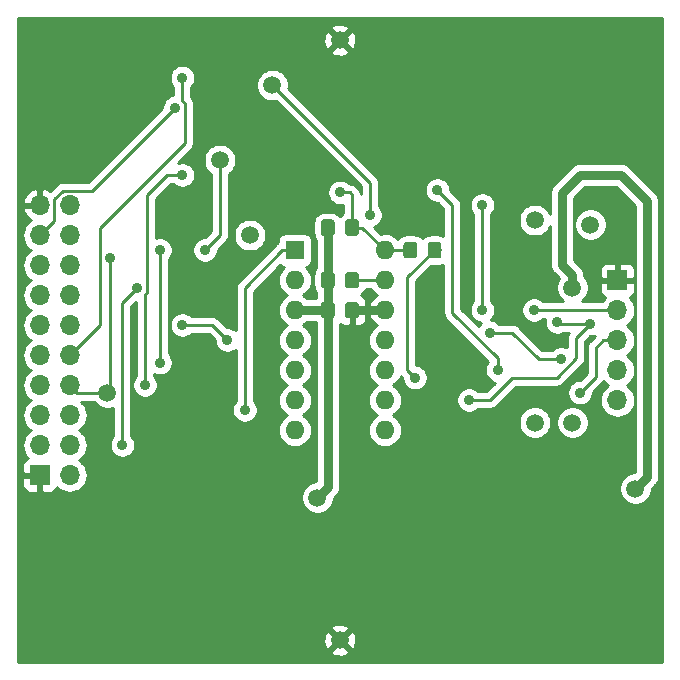
<source format=gbr>
G04 #@! TF.GenerationSoftware,KiCad,Pcbnew,(5.1.2)-1*
G04 #@! TF.CreationDate,2019-10-30T10:00:19+01:00*
G04 #@! TF.ProjectId,temalab_comparator,74656d61-6c61-4625-9f63-6f6d70617261,rev?*
G04 #@! TF.SameCoordinates,Original*
G04 #@! TF.FileFunction,Copper,L2,Bot*
G04 #@! TF.FilePolarity,Positive*
%FSLAX46Y46*%
G04 Gerber Fmt 4.6, Leading zero omitted, Abs format (unit mm)*
G04 Created by KiCad (PCBNEW (5.1.2)-1) date 2019-10-30 10:00:19*
%MOMM*%
%LPD*%
G04 APERTURE LIST*
%ADD10O,1.700000X1.700000*%
%ADD11R,1.700000X1.700000*%
%ADD12C,0.100000*%
%ADD13C,1.150000*%
%ADD14R,1.600000X1.600000*%
%ADD15O,1.600000X1.600000*%
%ADD16C,1.500000*%
%ADD17C,0.900000*%
%ADD18C,0.750000*%
%ADD19C,0.250000*%
%ADD20C,0.254000*%
G04 APERTURE END LIST*
D10*
X153035000Y-109220000D03*
X153035000Y-106680000D03*
X153035000Y-104140000D03*
X153035000Y-101600000D03*
D11*
X153035000Y-99060000D03*
D12*
G36*
X130914505Y-100901204D02*
G01*
X130938773Y-100904804D01*
X130962572Y-100910765D01*
X130985671Y-100919030D01*
X131007850Y-100929520D01*
X131028893Y-100942132D01*
X131048599Y-100956747D01*
X131066777Y-100973223D01*
X131083253Y-100991401D01*
X131097868Y-101011107D01*
X131110480Y-101032150D01*
X131120970Y-101054329D01*
X131129235Y-101077428D01*
X131135196Y-101101227D01*
X131138796Y-101125495D01*
X131140000Y-101149999D01*
X131140000Y-102050001D01*
X131138796Y-102074505D01*
X131135196Y-102098773D01*
X131129235Y-102122572D01*
X131120970Y-102145671D01*
X131110480Y-102167850D01*
X131097868Y-102188893D01*
X131083253Y-102208599D01*
X131066777Y-102226777D01*
X131048599Y-102243253D01*
X131028893Y-102257868D01*
X131007850Y-102270480D01*
X130985671Y-102280970D01*
X130962572Y-102289235D01*
X130938773Y-102295196D01*
X130914505Y-102298796D01*
X130890001Y-102300000D01*
X130239999Y-102300000D01*
X130215495Y-102298796D01*
X130191227Y-102295196D01*
X130167428Y-102289235D01*
X130144329Y-102280970D01*
X130122150Y-102270480D01*
X130101107Y-102257868D01*
X130081401Y-102243253D01*
X130063223Y-102226777D01*
X130046747Y-102208599D01*
X130032132Y-102188893D01*
X130019520Y-102167850D01*
X130009030Y-102145671D01*
X130000765Y-102122572D01*
X129994804Y-102098773D01*
X129991204Y-102074505D01*
X129990000Y-102050001D01*
X129990000Y-101149999D01*
X129991204Y-101125495D01*
X129994804Y-101101227D01*
X130000765Y-101077428D01*
X130009030Y-101054329D01*
X130019520Y-101032150D01*
X130032132Y-101011107D01*
X130046747Y-100991401D01*
X130063223Y-100973223D01*
X130081401Y-100956747D01*
X130101107Y-100942132D01*
X130122150Y-100929520D01*
X130144329Y-100919030D01*
X130167428Y-100910765D01*
X130191227Y-100904804D01*
X130215495Y-100901204D01*
X130239999Y-100900000D01*
X130890001Y-100900000D01*
X130914505Y-100901204D01*
X130914505Y-100901204D01*
G37*
D13*
X130565000Y-101600000D03*
D12*
G36*
X128864505Y-100901204D02*
G01*
X128888773Y-100904804D01*
X128912572Y-100910765D01*
X128935671Y-100919030D01*
X128957850Y-100929520D01*
X128978893Y-100942132D01*
X128998599Y-100956747D01*
X129016777Y-100973223D01*
X129033253Y-100991401D01*
X129047868Y-101011107D01*
X129060480Y-101032150D01*
X129070970Y-101054329D01*
X129079235Y-101077428D01*
X129085196Y-101101227D01*
X129088796Y-101125495D01*
X129090000Y-101149999D01*
X129090000Y-102050001D01*
X129088796Y-102074505D01*
X129085196Y-102098773D01*
X129079235Y-102122572D01*
X129070970Y-102145671D01*
X129060480Y-102167850D01*
X129047868Y-102188893D01*
X129033253Y-102208599D01*
X129016777Y-102226777D01*
X128998599Y-102243253D01*
X128978893Y-102257868D01*
X128957850Y-102270480D01*
X128935671Y-102280970D01*
X128912572Y-102289235D01*
X128888773Y-102295196D01*
X128864505Y-102298796D01*
X128840001Y-102300000D01*
X128189999Y-102300000D01*
X128165495Y-102298796D01*
X128141227Y-102295196D01*
X128117428Y-102289235D01*
X128094329Y-102280970D01*
X128072150Y-102270480D01*
X128051107Y-102257868D01*
X128031401Y-102243253D01*
X128013223Y-102226777D01*
X127996747Y-102208599D01*
X127982132Y-102188893D01*
X127969520Y-102167850D01*
X127959030Y-102145671D01*
X127950765Y-102122572D01*
X127944804Y-102098773D01*
X127941204Y-102074505D01*
X127940000Y-102050001D01*
X127940000Y-101149999D01*
X127941204Y-101125495D01*
X127944804Y-101101227D01*
X127950765Y-101077428D01*
X127959030Y-101054329D01*
X127969520Y-101032150D01*
X127982132Y-101011107D01*
X127996747Y-100991401D01*
X128013223Y-100973223D01*
X128031401Y-100956747D01*
X128051107Y-100942132D01*
X128072150Y-100929520D01*
X128094329Y-100919030D01*
X128117428Y-100910765D01*
X128141227Y-100904804D01*
X128165495Y-100901204D01*
X128189999Y-100900000D01*
X128840001Y-100900000D01*
X128864505Y-100901204D01*
X128864505Y-100901204D01*
G37*
D13*
X128515000Y-101600000D03*
D10*
X106680000Y-92710000D03*
X104140000Y-92710000D03*
X106680000Y-95250000D03*
X104140000Y-95250000D03*
X106680000Y-97790000D03*
X104140000Y-97790000D03*
X106680000Y-100330000D03*
X104140000Y-100330000D03*
X106680000Y-102870000D03*
X104140000Y-102870000D03*
X106680000Y-105410000D03*
X104140000Y-105410000D03*
X106680000Y-107950000D03*
X104140000Y-107950000D03*
X106680000Y-110490000D03*
X104140000Y-110490000D03*
X106680000Y-113030000D03*
X104140000Y-113030000D03*
X106680000Y-115570000D03*
D11*
X104140000Y-115570000D03*
D12*
G36*
X137899505Y-95821204D02*
G01*
X137923773Y-95824804D01*
X137947572Y-95830765D01*
X137970671Y-95839030D01*
X137992850Y-95849520D01*
X138013893Y-95862132D01*
X138033599Y-95876747D01*
X138051777Y-95893223D01*
X138068253Y-95911401D01*
X138082868Y-95931107D01*
X138095480Y-95952150D01*
X138105970Y-95974329D01*
X138114235Y-95997428D01*
X138120196Y-96021227D01*
X138123796Y-96045495D01*
X138125000Y-96069999D01*
X138125000Y-96970001D01*
X138123796Y-96994505D01*
X138120196Y-97018773D01*
X138114235Y-97042572D01*
X138105970Y-97065671D01*
X138095480Y-97087850D01*
X138082868Y-97108893D01*
X138068253Y-97128599D01*
X138051777Y-97146777D01*
X138033599Y-97163253D01*
X138013893Y-97177868D01*
X137992850Y-97190480D01*
X137970671Y-97200970D01*
X137947572Y-97209235D01*
X137923773Y-97215196D01*
X137899505Y-97218796D01*
X137875001Y-97220000D01*
X137224999Y-97220000D01*
X137200495Y-97218796D01*
X137176227Y-97215196D01*
X137152428Y-97209235D01*
X137129329Y-97200970D01*
X137107150Y-97190480D01*
X137086107Y-97177868D01*
X137066401Y-97163253D01*
X137048223Y-97146777D01*
X137031747Y-97128599D01*
X137017132Y-97108893D01*
X137004520Y-97087850D01*
X136994030Y-97065671D01*
X136985765Y-97042572D01*
X136979804Y-97018773D01*
X136976204Y-96994505D01*
X136975000Y-96970001D01*
X136975000Y-96069999D01*
X136976204Y-96045495D01*
X136979804Y-96021227D01*
X136985765Y-95997428D01*
X136994030Y-95974329D01*
X137004520Y-95952150D01*
X137017132Y-95931107D01*
X137031747Y-95911401D01*
X137048223Y-95893223D01*
X137066401Y-95876747D01*
X137086107Y-95862132D01*
X137107150Y-95849520D01*
X137129329Y-95839030D01*
X137152428Y-95830765D01*
X137176227Y-95824804D01*
X137200495Y-95821204D01*
X137224999Y-95820000D01*
X137875001Y-95820000D01*
X137899505Y-95821204D01*
X137899505Y-95821204D01*
G37*
D13*
X137550000Y-96520000D03*
D12*
G36*
X135849505Y-95821204D02*
G01*
X135873773Y-95824804D01*
X135897572Y-95830765D01*
X135920671Y-95839030D01*
X135942850Y-95849520D01*
X135963893Y-95862132D01*
X135983599Y-95876747D01*
X136001777Y-95893223D01*
X136018253Y-95911401D01*
X136032868Y-95931107D01*
X136045480Y-95952150D01*
X136055970Y-95974329D01*
X136064235Y-95997428D01*
X136070196Y-96021227D01*
X136073796Y-96045495D01*
X136075000Y-96069999D01*
X136075000Y-96970001D01*
X136073796Y-96994505D01*
X136070196Y-97018773D01*
X136064235Y-97042572D01*
X136055970Y-97065671D01*
X136045480Y-97087850D01*
X136032868Y-97108893D01*
X136018253Y-97128599D01*
X136001777Y-97146777D01*
X135983599Y-97163253D01*
X135963893Y-97177868D01*
X135942850Y-97190480D01*
X135920671Y-97200970D01*
X135897572Y-97209235D01*
X135873773Y-97215196D01*
X135849505Y-97218796D01*
X135825001Y-97220000D01*
X135174999Y-97220000D01*
X135150495Y-97218796D01*
X135126227Y-97215196D01*
X135102428Y-97209235D01*
X135079329Y-97200970D01*
X135057150Y-97190480D01*
X135036107Y-97177868D01*
X135016401Y-97163253D01*
X134998223Y-97146777D01*
X134981747Y-97128599D01*
X134967132Y-97108893D01*
X134954520Y-97087850D01*
X134944030Y-97065671D01*
X134935765Y-97042572D01*
X134929804Y-97018773D01*
X134926204Y-96994505D01*
X134925000Y-96970001D01*
X134925000Y-96069999D01*
X134926204Y-96045495D01*
X134929804Y-96021227D01*
X134935765Y-95997428D01*
X134944030Y-95974329D01*
X134954520Y-95952150D01*
X134967132Y-95931107D01*
X134981747Y-95911401D01*
X134998223Y-95893223D01*
X135016401Y-95876747D01*
X135036107Y-95862132D01*
X135057150Y-95849520D01*
X135079329Y-95839030D01*
X135102428Y-95830765D01*
X135126227Y-95824804D01*
X135150495Y-95821204D01*
X135174999Y-95820000D01*
X135825001Y-95820000D01*
X135849505Y-95821204D01*
X135849505Y-95821204D01*
G37*
D13*
X135500000Y-96520000D03*
D12*
G36*
X128864505Y-93916204D02*
G01*
X128888773Y-93919804D01*
X128912572Y-93925765D01*
X128935671Y-93934030D01*
X128957850Y-93944520D01*
X128978893Y-93957132D01*
X128998599Y-93971747D01*
X129016777Y-93988223D01*
X129033253Y-94006401D01*
X129047868Y-94026107D01*
X129060480Y-94047150D01*
X129070970Y-94069329D01*
X129079235Y-94092428D01*
X129085196Y-94116227D01*
X129088796Y-94140495D01*
X129090000Y-94164999D01*
X129090000Y-95065001D01*
X129088796Y-95089505D01*
X129085196Y-95113773D01*
X129079235Y-95137572D01*
X129070970Y-95160671D01*
X129060480Y-95182850D01*
X129047868Y-95203893D01*
X129033253Y-95223599D01*
X129016777Y-95241777D01*
X128998599Y-95258253D01*
X128978893Y-95272868D01*
X128957850Y-95285480D01*
X128935671Y-95295970D01*
X128912572Y-95304235D01*
X128888773Y-95310196D01*
X128864505Y-95313796D01*
X128840001Y-95315000D01*
X128189999Y-95315000D01*
X128165495Y-95313796D01*
X128141227Y-95310196D01*
X128117428Y-95304235D01*
X128094329Y-95295970D01*
X128072150Y-95285480D01*
X128051107Y-95272868D01*
X128031401Y-95258253D01*
X128013223Y-95241777D01*
X127996747Y-95223599D01*
X127982132Y-95203893D01*
X127969520Y-95182850D01*
X127959030Y-95160671D01*
X127950765Y-95137572D01*
X127944804Y-95113773D01*
X127941204Y-95089505D01*
X127940000Y-95065001D01*
X127940000Y-94164999D01*
X127941204Y-94140495D01*
X127944804Y-94116227D01*
X127950765Y-94092428D01*
X127959030Y-94069329D01*
X127969520Y-94047150D01*
X127982132Y-94026107D01*
X127996747Y-94006401D01*
X128013223Y-93988223D01*
X128031401Y-93971747D01*
X128051107Y-93957132D01*
X128072150Y-93944520D01*
X128094329Y-93934030D01*
X128117428Y-93925765D01*
X128141227Y-93919804D01*
X128165495Y-93916204D01*
X128189999Y-93915000D01*
X128840001Y-93915000D01*
X128864505Y-93916204D01*
X128864505Y-93916204D01*
G37*
D13*
X128515000Y-94615000D03*
D12*
G36*
X130914505Y-93916204D02*
G01*
X130938773Y-93919804D01*
X130962572Y-93925765D01*
X130985671Y-93934030D01*
X131007850Y-93944520D01*
X131028893Y-93957132D01*
X131048599Y-93971747D01*
X131066777Y-93988223D01*
X131083253Y-94006401D01*
X131097868Y-94026107D01*
X131110480Y-94047150D01*
X131120970Y-94069329D01*
X131129235Y-94092428D01*
X131135196Y-94116227D01*
X131138796Y-94140495D01*
X131140000Y-94164999D01*
X131140000Y-95065001D01*
X131138796Y-95089505D01*
X131135196Y-95113773D01*
X131129235Y-95137572D01*
X131120970Y-95160671D01*
X131110480Y-95182850D01*
X131097868Y-95203893D01*
X131083253Y-95223599D01*
X131066777Y-95241777D01*
X131048599Y-95258253D01*
X131028893Y-95272868D01*
X131007850Y-95285480D01*
X130985671Y-95295970D01*
X130962572Y-95304235D01*
X130938773Y-95310196D01*
X130914505Y-95313796D01*
X130890001Y-95315000D01*
X130239999Y-95315000D01*
X130215495Y-95313796D01*
X130191227Y-95310196D01*
X130167428Y-95304235D01*
X130144329Y-95295970D01*
X130122150Y-95285480D01*
X130101107Y-95272868D01*
X130081401Y-95258253D01*
X130063223Y-95241777D01*
X130046747Y-95223599D01*
X130032132Y-95203893D01*
X130019520Y-95182850D01*
X130009030Y-95160671D01*
X130000765Y-95137572D01*
X129994804Y-95113773D01*
X129991204Y-95089505D01*
X129990000Y-95065001D01*
X129990000Y-94164999D01*
X129991204Y-94140495D01*
X129994804Y-94116227D01*
X130000765Y-94092428D01*
X130009030Y-94069329D01*
X130019520Y-94047150D01*
X130032132Y-94026107D01*
X130046747Y-94006401D01*
X130063223Y-93988223D01*
X130081401Y-93971747D01*
X130101107Y-93957132D01*
X130122150Y-93944520D01*
X130144329Y-93934030D01*
X130167428Y-93925765D01*
X130191227Y-93919804D01*
X130215495Y-93916204D01*
X130239999Y-93915000D01*
X130890001Y-93915000D01*
X130914505Y-93916204D01*
X130914505Y-93916204D01*
G37*
D13*
X130565000Y-94615000D03*
D12*
G36*
X128864505Y-98361204D02*
G01*
X128888773Y-98364804D01*
X128912572Y-98370765D01*
X128935671Y-98379030D01*
X128957850Y-98389520D01*
X128978893Y-98402132D01*
X128998599Y-98416747D01*
X129016777Y-98433223D01*
X129033253Y-98451401D01*
X129047868Y-98471107D01*
X129060480Y-98492150D01*
X129070970Y-98514329D01*
X129079235Y-98537428D01*
X129085196Y-98561227D01*
X129088796Y-98585495D01*
X129090000Y-98609999D01*
X129090000Y-99510001D01*
X129088796Y-99534505D01*
X129085196Y-99558773D01*
X129079235Y-99582572D01*
X129070970Y-99605671D01*
X129060480Y-99627850D01*
X129047868Y-99648893D01*
X129033253Y-99668599D01*
X129016777Y-99686777D01*
X128998599Y-99703253D01*
X128978893Y-99717868D01*
X128957850Y-99730480D01*
X128935671Y-99740970D01*
X128912572Y-99749235D01*
X128888773Y-99755196D01*
X128864505Y-99758796D01*
X128840001Y-99760000D01*
X128189999Y-99760000D01*
X128165495Y-99758796D01*
X128141227Y-99755196D01*
X128117428Y-99749235D01*
X128094329Y-99740970D01*
X128072150Y-99730480D01*
X128051107Y-99717868D01*
X128031401Y-99703253D01*
X128013223Y-99686777D01*
X127996747Y-99668599D01*
X127982132Y-99648893D01*
X127969520Y-99627850D01*
X127959030Y-99605671D01*
X127950765Y-99582572D01*
X127944804Y-99558773D01*
X127941204Y-99534505D01*
X127940000Y-99510001D01*
X127940000Y-98609999D01*
X127941204Y-98585495D01*
X127944804Y-98561227D01*
X127950765Y-98537428D01*
X127959030Y-98514329D01*
X127969520Y-98492150D01*
X127982132Y-98471107D01*
X127996747Y-98451401D01*
X128013223Y-98433223D01*
X128031401Y-98416747D01*
X128051107Y-98402132D01*
X128072150Y-98389520D01*
X128094329Y-98379030D01*
X128117428Y-98370765D01*
X128141227Y-98364804D01*
X128165495Y-98361204D01*
X128189999Y-98360000D01*
X128840001Y-98360000D01*
X128864505Y-98361204D01*
X128864505Y-98361204D01*
G37*
D13*
X128515000Y-99060000D03*
D12*
G36*
X130914505Y-98361204D02*
G01*
X130938773Y-98364804D01*
X130962572Y-98370765D01*
X130985671Y-98379030D01*
X131007850Y-98389520D01*
X131028893Y-98402132D01*
X131048599Y-98416747D01*
X131066777Y-98433223D01*
X131083253Y-98451401D01*
X131097868Y-98471107D01*
X131110480Y-98492150D01*
X131120970Y-98514329D01*
X131129235Y-98537428D01*
X131135196Y-98561227D01*
X131138796Y-98585495D01*
X131140000Y-98609999D01*
X131140000Y-99510001D01*
X131138796Y-99534505D01*
X131135196Y-99558773D01*
X131129235Y-99582572D01*
X131120970Y-99605671D01*
X131110480Y-99627850D01*
X131097868Y-99648893D01*
X131083253Y-99668599D01*
X131066777Y-99686777D01*
X131048599Y-99703253D01*
X131028893Y-99717868D01*
X131007850Y-99730480D01*
X130985671Y-99740970D01*
X130962572Y-99749235D01*
X130938773Y-99755196D01*
X130914505Y-99758796D01*
X130890001Y-99760000D01*
X130239999Y-99760000D01*
X130215495Y-99758796D01*
X130191227Y-99755196D01*
X130167428Y-99749235D01*
X130144329Y-99740970D01*
X130122150Y-99730480D01*
X130101107Y-99717868D01*
X130081401Y-99703253D01*
X130063223Y-99686777D01*
X130046747Y-99668599D01*
X130032132Y-99648893D01*
X130019520Y-99627850D01*
X130009030Y-99605671D01*
X130000765Y-99582572D01*
X129994804Y-99558773D01*
X129991204Y-99534505D01*
X129990000Y-99510001D01*
X129990000Y-98609999D01*
X129991204Y-98585495D01*
X129994804Y-98561227D01*
X130000765Y-98537428D01*
X130009030Y-98514329D01*
X130019520Y-98492150D01*
X130032132Y-98471107D01*
X130046747Y-98451401D01*
X130063223Y-98433223D01*
X130081401Y-98416747D01*
X130101107Y-98402132D01*
X130122150Y-98389520D01*
X130144329Y-98379030D01*
X130167428Y-98370765D01*
X130191227Y-98364804D01*
X130215495Y-98361204D01*
X130239999Y-98360000D01*
X130890001Y-98360000D01*
X130914505Y-98361204D01*
X130914505Y-98361204D01*
G37*
D13*
X130565000Y-99060000D03*
D14*
X125730000Y-96520000D03*
D15*
X133350000Y-111760000D03*
X125730000Y-99060000D03*
X133350000Y-109220000D03*
X125730000Y-101600000D03*
X133350000Y-106680000D03*
X125730000Y-104140000D03*
X133350000Y-104140000D03*
X125730000Y-106680000D03*
X133350000Y-101600000D03*
X125730000Y-109220000D03*
X133350000Y-99060000D03*
X125730000Y-111760000D03*
X133350000Y-96520000D03*
D16*
X129540000Y-129540000D03*
X146050000Y-93980000D03*
X119380000Y-88900000D03*
X129540000Y-78740000D03*
X146050000Y-111125000D03*
X121920000Y-95250000D03*
X150749000Y-94361000D03*
X109855000Y-108585000D03*
X149225000Y-111125000D03*
X123825000Y-82550000D03*
X127635000Y-117475000D03*
X154559000Y-116713000D03*
X149225000Y-99695000D03*
D17*
X115570000Y-84455000D03*
X116205000Y-102870000D03*
X120015000Y-104140000D03*
X116205000Y-81915000D03*
X129540000Y-91630000D03*
X110045000Y-97155000D03*
X121480000Y-110045000D03*
X111125000Y-113030000D03*
X112395000Y-99695000D03*
X118110000Y-96520000D03*
X118110000Y-96520000D03*
X114300000Y-106045000D03*
X114300000Y-96520000D03*
X141605000Y-92710000D03*
X141605000Y-101600000D03*
X145975000Y-101600000D03*
X149860000Y-108585000D03*
X113030000Y-107950000D03*
X116205000Y-90170000D03*
X137795000Y-91440000D03*
X142901921Y-106693460D03*
X140462000Y-109220000D03*
X147955000Y-102616000D03*
X150749000Y-102743000D03*
X142240000Y-103505000D03*
X148275000Y-105725000D03*
X132080000Y-93535000D03*
X135890000Y-107315000D03*
D18*
X130565000Y-101600000D02*
X133350000Y-101600000D01*
X128515000Y-94615000D02*
X128515000Y-99060000D01*
X128515000Y-99060000D02*
X128515000Y-101600000D01*
X128515000Y-116595000D02*
X127635000Y-117475000D01*
X128515000Y-101600000D02*
X128515000Y-116595000D01*
X128515000Y-101600000D02*
X125730000Y-101600000D01*
X155575000Y-92373660D02*
X155575000Y-115697000D01*
X155575000Y-115697000D02*
X154559000Y-116713000D01*
X149225000Y-98634340D02*
X148336000Y-97745340D01*
X149225000Y-99695000D02*
X149225000Y-98634340D01*
X148336000Y-97745340D02*
X148336000Y-91694000D01*
X148336000Y-91694000D02*
X149860000Y-90170000D01*
X153371340Y-90170000D02*
X155575000Y-92373660D01*
X149860000Y-90170000D02*
X153371340Y-90170000D01*
D19*
X104989999Y-94400001D02*
X104140000Y-95250000D01*
X105365001Y-94024999D02*
X104989999Y-94400001D01*
X105365001Y-92211997D02*
X105365001Y-94024999D01*
X106091999Y-91484999D02*
X105365001Y-92211997D01*
X108540001Y-91484999D02*
X106091999Y-91484999D01*
X115570000Y-84455000D02*
X108540001Y-91484999D01*
X116205000Y-102870000D02*
X118745000Y-102870000D01*
X118745000Y-102870000D02*
X120015000Y-104140000D01*
X116395001Y-87488997D02*
X109220000Y-94663998D01*
X116395001Y-84058999D02*
X116395001Y-87488997D01*
X116205000Y-81915000D02*
X116205000Y-83868998D01*
X116205000Y-83868998D02*
X116395001Y-84058999D01*
X109220000Y-102870000D02*
X106680000Y-105410000D01*
X109220000Y-94663998D02*
X109220000Y-102870000D01*
X135500000Y-96520000D02*
X133350000Y-96520000D01*
X131445000Y-94615000D02*
X133350000Y-96520000D01*
X130565000Y-94615000D02*
X131445000Y-94615000D01*
X130565000Y-94615000D02*
X130565000Y-91830000D01*
X130565000Y-91830000D02*
X130365000Y-91630000D01*
X130365000Y-91630000D02*
X129540000Y-91630000D01*
X110045000Y-108395000D02*
X109855000Y-108585000D01*
X110045000Y-97155000D02*
X110045000Y-108395000D01*
X107315000Y-108585000D02*
X106680000Y-107950000D01*
X109855000Y-108585000D02*
X107315000Y-108585000D01*
X124680000Y-96520000D02*
X125730000Y-96520000D01*
X121480000Y-99720000D02*
X124680000Y-96520000D01*
X121480000Y-110045000D02*
X121480000Y-99720000D01*
X111125000Y-113030000D02*
X111125000Y-100965000D01*
X111125000Y-100965000D02*
X112395000Y-99695000D01*
X118110000Y-96520000D02*
X119380000Y-95250000D01*
X119380000Y-95250000D02*
X119380000Y-88900000D01*
X114300000Y-106045000D02*
X114300000Y-96520000D01*
X141605000Y-92710000D02*
X141605000Y-101600000D01*
X145975000Y-101600000D02*
X148590000Y-101600000D01*
X148590000Y-101600000D02*
X153035000Y-101600000D01*
X151832919Y-104140000D02*
X151197919Y-104775000D01*
X153035000Y-104140000D02*
X151832919Y-104140000D01*
X151197919Y-104775000D02*
X151197919Y-107247081D01*
X151197919Y-107247081D02*
X149860000Y-108585000D01*
X137795000Y-91440000D02*
X139065000Y-92710000D01*
X142901921Y-105676919D02*
X142901921Y-106693460D01*
X139065000Y-92710000D02*
X139065000Y-101839998D01*
X139065000Y-101839998D02*
X142901921Y-105676919D01*
X113030000Y-100281002D02*
X113030000Y-107950000D01*
X113220001Y-100091001D02*
X113030000Y-100281002D01*
X113220001Y-91884999D02*
X113220001Y-100091001D01*
X114935000Y-90170000D02*
X113220001Y-91884999D01*
X116205000Y-90170000D02*
X114935000Y-90170000D01*
X144145000Y-107315000D02*
X147906002Y-107315000D01*
X147906002Y-107315000D02*
X149540000Y-105681002D01*
X148082000Y-102743000D02*
X147955000Y-102616000D01*
X150749000Y-102743000D02*
X148082000Y-102743000D01*
X149540000Y-103952000D02*
X150749000Y-102743000D01*
X149540000Y-105681002D02*
X149540000Y-103952000D01*
X142240000Y-109220000D02*
X140462000Y-109220000D01*
X144145000Y-107315000D02*
X142240000Y-109220000D01*
X142240000Y-103505000D02*
X144145000Y-103505000D01*
X144145000Y-103505000D02*
X146365000Y-105725000D01*
X146365000Y-105725000D02*
X147445000Y-105725000D01*
X147445000Y-105725000D02*
X148275000Y-105725000D01*
X130565000Y-99060000D02*
X133350000Y-99060000D01*
X132080000Y-90805000D02*
X123825000Y-82550000D01*
X132080000Y-93535000D02*
X132080000Y-90805000D01*
X135255000Y-106680000D02*
X135890000Y-107315000D01*
X135255000Y-98815000D02*
X137550000Y-96520000D01*
X135255000Y-106680000D02*
X135255000Y-98815000D01*
D20*
G36*
X156820001Y-131420000D02*
G01*
X102260000Y-131420000D01*
X102260000Y-130496993D01*
X128762612Y-130496993D01*
X128828137Y-130735860D01*
X129075116Y-130851760D01*
X129339960Y-130917250D01*
X129612492Y-130929812D01*
X129882238Y-130888965D01*
X130138832Y-130796277D01*
X130251863Y-130735860D01*
X130317388Y-130496993D01*
X129540000Y-129719605D01*
X128762612Y-130496993D01*
X102260000Y-130496993D01*
X102260000Y-129612492D01*
X128150188Y-129612492D01*
X128191035Y-129882238D01*
X128283723Y-130138832D01*
X128344140Y-130251863D01*
X128583007Y-130317388D01*
X129360395Y-129540000D01*
X129719605Y-129540000D01*
X130496993Y-130317388D01*
X130735860Y-130251863D01*
X130851760Y-130004884D01*
X130917250Y-129740040D01*
X130929812Y-129467508D01*
X130888965Y-129197762D01*
X130796277Y-128941168D01*
X130735860Y-128828137D01*
X130496993Y-128762612D01*
X129719605Y-129540000D01*
X129360395Y-129540000D01*
X128583007Y-128762612D01*
X128344140Y-128828137D01*
X128228240Y-129075116D01*
X128162750Y-129339960D01*
X128150188Y-129612492D01*
X102260000Y-129612492D01*
X102260000Y-128583007D01*
X128762612Y-128583007D01*
X129540000Y-129360395D01*
X130317388Y-128583007D01*
X130251863Y-128344140D01*
X130004884Y-128228240D01*
X129740040Y-128162750D01*
X129467508Y-128150188D01*
X129197762Y-128191035D01*
X128941168Y-128283723D01*
X128828137Y-128344140D01*
X128762612Y-128583007D01*
X102260000Y-128583007D01*
X102260000Y-116420000D01*
X102651928Y-116420000D01*
X102664188Y-116544482D01*
X102700498Y-116664180D01*
X102759463Y-116774494D01*
X102838815Y-116871185D01*
X102935506Y-116950537D01*
X103045820Y-117009502D01*
X103165518Y-117045812D01*
X103290000Y-117058072D01*
X103854250Y-117055000D01*
X104013000Y-116896250D01*
X104013000Y-115697000D01*
X102813750Y-115697000D01*
X102655000Y-115855750D01*
X102651928Y-116420000D01*
X102260000Y-116420000D01*
X102260000Y-95250000D01*
X102647815Y-95250000D01*
X102676487Y-95541111D01*
X102761401Y-95821034D01*
X102899294Y-96079014D01*
X103084866Y-96305134D01*
X103310986Y-96490706D01*
X103365791Y-96520000D01*
X103310986Y-96549294D01*
X103084866Y-96734866D01*
X102899294Y-96960986D01*
X102761401Y-97218966D01*
X102676487Y-97498889D01*
X102647815Y-97790000D01*
X102676487Y-98081111D01*
X102761401Y-98361034D01*
X102899294Y-98619014D01*
X103084866Y-98845134D01*
X103310986Y-99030706D01*
X103365791Y-99060000D01*
X103310986Y-99089294D01*
X103084866Y-99274866D01*
X102899294Y-99500986D01*
X102761401Y-99758966D01*
X102676487Y-100038889D01*
X102647815Y-100330000D01*
X102676487Y-100621111D01*
X102761401Y-100901034D01*
X102899294Y-101159014D01*
X103084866Y-101385134D01*
X103310986Y-101570706D01*
X103365791Y-101600000D01*
X103310986Y-101629294D01*
X103084866Y-101814866D01*
X102899294Y-102040986D01*
X102761401Y-102298966D01*
X102676487Y-102578889D01*
X102647815Y-102870000D01*
X102676487Y-103161111D01*
X102761401Y-103441034D01*
X102899294Y-103699014D01*
X103084866Y-103925134D01*
X103310986Y-104110706D01*
X103365791Y-104140000D01*
X103310986Y-104169294D01*
X103084866Y-104354866D01*
X102899294Y-104580986D01*
X102761401Y-104838966D01*
X102676487Y-105118889D01*
X102647815Y-105410000D01*
X102676487Y-105701111D01*
X102761401Y-105981034D01*
X102899294Y-106239014D01*
X103084866Y-106465134D01*
X103310986Y-106650706D01*
X103365791Y-106680000D01*
X103310986Y-106709294D01*
X103084866Y-106894866D01*
X102899294Y-107120986D01*
X102761401Y-107378966D01*
X102676487Y-107658889D01*
X102647815Y-107950000D01*
X102676487Y-108241111D01*
X102761401Y-108521034D01*
X102899294Y-108779014D01*
X103084866Y-109005134D01*
X103310986Y-109190706D01*
X103365791Y-109220000D01*
X103310986Y-109249294D01*
X103084866Y-109434866D01*
X102899294Y-109660986D01*
X102761401Y-109918966D01*
X102676487Y-110198889D01*
X102647815Y-110490000D01*
X102676487Y-110781111D01*
X102761401Y-111061034D01*
X102899294Y-111319014D01*
X103084866Y-111545134D01*
X103310986Y-111730706D01*
X103365791Y-111760000D01*
X103310986Y-111789294D01*
X103084866Y-111974866D01*
X102899294Y-112200986D01*
X102761401Y-112458966D01*
X102676487Y-112738889D01*
X102647815Y-113030000D01*
X102676487Y-113321111D01*
X102761401Y-113601034D01*
X102899294Y-113859014D01*
X103084866Y-114085134D01*
X103114687Y-114109607D01*
X103045820Y-114130498D01*
X102935506Y-114189463D01*
X102838815Y-114268815D01*
X102759463Y-114365506D01*
X102700498Y-114475820D01*
X102664188Y-114595518D01*
X102651928Y-114720000D01*
X102655000Y-115284250D01*
X102813750Y-115443000D01*
X104013000Y-115443000D01*
X104013000Y-115423000D01*
X104267000Y-115423000D01*
X104267000Y-115443000D01*
X104287000Y-115443000D01*
X104287000Y-115697000D01*
X104267000Y-115697000D01*
X104267000Y-116896250D01*
X104425750Y-117055000D01*
X104990000Y-117058072D01*
X105114482Y-117045812D01*
X105234180Y-117009502D01*
X105344494Y-116950537D01*
X105441185Y-116871185D01*
X105520537Y-116774494D01*
X105579502Y-116664180D01*
X105600393Y-116595313D01*
X105624866Y-116625134D01*
X105850986Y-116810706D01*
X106108966Y-116948599D01*
X106388889Y-117033513D01*
X106607050Y-117055000D01*
X106752950Y-117055000D01*
X106971111Y-117033513D01*
X107251034Y-116948599D01*
X107509014Y-116810706D01*
X107735134Y-116625134D01*
X107920706Y-116399014D01*
X108058599Y-116141034D01*
X108143513Y-115861111D01*
X108172185Y-115570000D01*
X108143513Y-115278889D01*
X108058599Y-114998966D01*
X107920706Y-114740986D01*
X107735134Y-114514866D01*
X107509014Y-114329294D01*
X107454209Y-114300000D01*
X107509014Y-114270706D01*
X107735134Y-114085134D01*
X107920706Y-113859014D01*
X108058599Y-113601034D01*
X108143513Y-113321111D01*
X108172185Y-113030000D01*
X108143513Y-112738889D01*
X108058599Y-112458966D01*
X107920706Y-112200986D01*
X107735134Y-111974866D01*
X107509014Y-111789294D01*
X107454209Y-111760000D01*
X107509014Y-111730706D01*
X107735134Y-111545134D01*
X107920706Y-111319014D01*
X108058599Y-111061034D01*
X108143513Y-110781111D01*
X108172185Y-110490000D01*
X108143513Y-110198889D01*
X108058599Y-109918966D01*
X107920706Y-109660986D01*
X107735134Y-109434866D01*
X107625632Y-109345000D01*
X108697091Y-109345000D01*
X108779201Y-109467886D01*
X108972114Y-109660799D01*
X109198957Y-109812371D01*
X109451011Y-109916775D01*
X109718589Y-109970000D01*
X109991411Y-109970000D01*
X110258989Y-109916775D01*
X110365000Y-109872864D01*
X110365000Y-112255578D01*
X110282225Y-112338353D01*
X110163485Y-112516060D01*
X110081696Y-112713517D01*
X110040000Y-112923137D01*
X110040000Y-113136863D01*
X110081696Y-113346483D01*
X110163485Y-113543940D01*
X110282225Y-113721647D01*
X110433353Y-113872775D01*
X110611060Y-113991515D01*
X110808517Y-114073304D01*
X111018137Y-114115000D01*
X111231863Y-114115000D01*
X111441483Y-114073304D01*
X111638940Y-113991515D01*
X111816647Y-113872775D01*
X111967775Y-113721647D01*
X112086515Y-113543940D01*
X112168304Y-113346483D01*
X112210000Y-113136863D01*
X112210000Y-112923137D01*
X112168304Y-112713517D01*
X112086515Y-112516060D01*
X111967775Y-112338353D01*
X111885000Y-112255578D01*
X111885000Y-101279801D01*
X112270000Y-100894801D01*
X112270001Y-107175577D01*
X112187225Y-107258353D01*
X112068485Y-107436060D01*
X111986696Y-107633517D01*
X111945000Y-107843137D01*
X111945000Y-108056863D01*
X111986696Y-108266483D01*
X112068485Y-108463940D01*
X112187225Y-108641647D01*
X112338353Y-108792775D01*
X112516060Y-108911515D01*
X112713517Y-108993304D01*
X112923137Y-109035000D01*
X113136863Y-109035000D01*
X113346483Y-108993304D01*
X113543940Y-108911515D01*
X113721647Y-108792775D01*
X113872775Y-108641647D01*
X113991515Y-108463940D01*
X114073304Y-108266483D01*
X114115000Y-108056863D01*
X114115000Y-107843137D01*
X114073304Y-107633517D01*
X113991515Y-107436060D01*
X113872775Y-107258353D01*
X113790000Y-107175578D01*
X113790000Y-107008147D01*
X113983517Y-107088304D01*
X114193137Y-107130000D01*
X114406863Y-107130000D01*
X114616483Y-107088304D01*
X114813940Y-107006515D01*
X114991647Y-106887775D01*
X115142775Y-106736647D01*
X115261515Y-106558940D01*
X115343304Y-106361483D01*
X115385000Y-106151863D01*
X115385000Y-105938137D01*
X115343304Y-105728517D01*
X115261515Y-105531060D01*
X115142775Y-105353353D01*
X115060000Y-105270578D01*
X115060000Y-102763137D01*
X115120000Y-102763137D01*
X115120000Y-102976863D01*
X115161696Y-103186483D01*
X115243485Y-103383940D01*
X115362225Y-103561647D01*
X115513353Y-103712775D01*
X115691060Y-103831515D01*
X115888517Y-103913304D01*
X116098137Y-103955000D01*
X116311863Y-103955000D01*
X116521483Y-103913304D01*
X116718940Y-103831515D01*
X116896647Y-103712775D01*
X116979422Y-103630000D01*
X118430199Y-103630000D01*
X118930000Y-104129802D01*
X118930000Y-104246863D01*
X118971696Y-104456483D01*
X119053485Y-104653940D01*
X119172225Y-104831647D01*
X119323353Y-104982775D01*
X119501060Y-105101515D01*
X119698517Y-105183304D01*
X119908137Y-105225000D01*
X120121863Y-105225000D01*
X120331483Y-105183304D01*
X120528940Y-105101515D01*
X120706647Y-104982775D01*
X120720000Y-104969422D01*
X120720000Y-109270578D01*
X120637225Y-109353353D01*
X120518485Y-109531060D01*
X120436696Y-109728517D01*
X120395000Y-109938137D01*
X120395000Y-110151863D01*
X120436696Y-110361483D01*
X120518485Y-110558940D01*
X120637225Y-110736647D01*
X120788353Y-110887775D01*
X120966060Y-111006515D01*
X121163517Y-111088304D01*
X121373137Y-111130000D01*
X121586863Y-111130000D01*
X121796483Y-111088304D01*
X121993940Y-111006515D01*
X122171647Y-110887775D01*
X122322775Y-110736647D01*
X122441515Y-110558940D01*
X122523304Y-110361483D01*
X122565000Y-110151863D01*
X122565000Y-109938137D01*
X122523304Y-109728517D01*
X122441515Y-109531060D01*
X122322775Y-109353353D01*
X122240000Y-109270578D01*
X122240000Y-100034801D01*
X124492438Y-97782365D01*
X124575506Y-97850537D01*
X124685820Y-97909502D01*
X124805518Y-97945812D01*
X124823482Y-97947581D01*
X124710392Y-98040392D01*
X124531068Y-98258899D01*
X124397818Y-98508192D01*
X124315764Y-98778691D01*
X124288057Y-99060000D01*
X124315764Y-99341309D01*
X124397818Y-99611808D01*
X124531068Y-99861101D01*
X124710392Y-100079608D01*
X124928899Y-100258932D01*
X125061858Y-100330000D01*
X124928899Y-100401068D01*
X124710392Y-100580392D01*
X124531068Y-100798899D01*
X124397818Y-101048192D01*
X124315764Y-101318691D01*
X124288057Y-101600000D01*
X124315764Y-101881309D01*
X124397818Y-102151808D01*
X124531068Y-102401101D01*
X124710392Y-102619608D01*
X124928899Y-102798932D01*
X125061858Y-102870000D01*
X124928899Y-102941068D01*
X124710392Y-103120392D01*
X124531068Y-103338899D01*
X124397818Y-103588192D01*
X124315764Y-103858691D01*
X124288057Y-104140000D01*
X124315764Y-104421309D01*
X124397818Y-104691808D01*
X124531068Y-104941101D01*
X124710392Y-105159608D01*
X124928899Y-105338932D01*
X125061858Y-105410000D01*
X124928899Y-105481068D01*
X124710392Y-105660392D01*
X124531068Y-105878899D01*
X124397818Y-106128192D01*
X124315764Y-106398691D01*
X124288057Y-106680000D01*
X124315764Y-106961309D01*
X124397818Y-107231808D01*
X124531068Y-107481101D01*
X124710392Y-107699608D01*
X124928899Y-107878932D01*
X125061858Y-107950000D01*
X124928899Y-108021068D01*
X124710392Y-108200392D01*
X124531068Y-108418899D01*
X124397818Y-108668192D01*
X124315764Y-108938691D01*
X124288057Y-109220000D01*
X124315764Y-109501309D01*
X124397818Y-109771808D01*
X124531068Y-110021101D01*
X124710392Y-110239608D01*
X124928899Y-110418932D01*
X125061858Y-110490000D01*
X124928899Y-110561068D01*
X124710392Y-110740392D01*
X124531068Y-110958899D01*
X124397818Y-111208192D01*
X124315764Y-111478691D01*
X124288057Y-111760000D01*
X124315764Y-112041309D01*
X124397818Y-112311808D01*
X124531068Y-112561101D01*
X124710392Y-112779608D01*
X124928899Y-112958932D01*
X125178192Y-113092182D01*
X125448691Y-113174236D01*
X125659508Y-113195000D01*
X125800492Y-113195000D01*
X126011309Y-113174236D01*
X126281808Y-113092182D01*
X126531101Y-112958932D01*
X126749608Y-112779608D01*
X126928932Y-112561101D01*
X127062182Y-112311808D01*
X127144236Y-112041309D01*
X127171943Y-111760000D01*
X127144236Y-111478691D01*
X127062182Y-111208192D01*
X126928932Y-110958899D01*
X126749608Y-110740392D01*
X126531101Y-110561068D01*
X126398142Y-110490000D01*
X126531101Y-110418932D01*
X126749608Y-110239608D01*
X126928932Y-110021101D01*
X127062182Y-109771808D01*
X127144236Y-109501309D01*
X127171943Y-109220000D01*
X127144236Y-108938691D01*
X127062182Y-108668192D01*
X126928932Y-108418899D01*
X126749608Y-108200392D01*
X126531101Y-108021068D01*
X126398142Y-107950000D01*
X126531101Y-107878932D01*
X126749608Y-107699608D01*
X126928932Y-107481101D01*
X127062182Y-107231808D01*
X127144236Y-106961309D01*
X127171943Y-106680000D01*
X127144236Y-106398691D01*
X127062182Y-106128192D01*
X126928932Y-105878899D01*
X126749608Y-105660392D01*
X126531101Y-105481068D01*
X126398142Y-105410000D01*
X126531101Y-105338932D01*
X126749608Y-105159608D01*
X126928932Y-104941101D01*
X127062182Y-104691808D01*
X127144236Y-104421309D01*
X127171943Y-104140000D01*
X127144236Y-103858691D01*
X127062182Y-103588192D01*
X126928932Y-103338899D01*
X126749608Y-103120392D01*
X126531101Y-102941068D01*
X126398142Y-102870000D01*
X126531101Y-102798932D01*
X126749608Y-102619608D01*
X126757493Y-102610000D01*
X127505000Y-102610000D01*
X127505001Y-116090000D01*
X127498589Y-116090000D01*
X127231011Y-116143225D01*
X126978957Y-116247629D01*
X126752114Y-116399201D01*
X126559201Y-116592114D01*
X126407629Y-116818957D01*
X126303225Y-117071011D01*
X126250000Y-117338589D01*
X126250000Y-117611411D01*
X126303225Y-117878989D01*
X126407629Y-118131043D01*
X126559201Y-118357886D01*
X126752114Y-118550799D01*
X126978957Y-118702371D01*
X127231011Y-118806775D01*
X127498589Y-118860000D01*
X127771411Y-118860000D01*
X128038989Y-118806775D01*
X128291043Y-118702371D01*
X128517886Y-118550799D01*
X128710799Y-118357886D01*
X128862371Y-118131043D01*
X128966775Y-117878989D01*
X129020000Y-117611411D01*
X129020000Y-117518356D01*
X129194099Y-117344257D01*
X129232633Y-117312633D01*
X129358847Y-117158840D01*
X129452632Y-116983380D01*
X129510385Y-116792994D01*
X129525000Y-116644608D01*
X129529886Y-116595000D01*
X129525000Y-116545392D01*
X129525000Y-102734351D01*
X129538815Y-102751185D01*
X129635506Y-102830537D01*
X129745820Y-102889502D01*
X129865518Y-102925812D01*
X129990000Y-102938072D01*
X130279250Y-102935000D01*
X130438000Y-102776250D01*
X130438000Y-101727000D01*
X130692000Y-101727000D01*
X130692000Y-102776250D01*
X130850750Y-102935000D01*
X131140000Y-102938072D01*
X131264482Y-102925812D01*
X131384180Y-102889502D01*
X131494494Y-102830537D01*
X131591185Y-102751185D01*
X131670537Y-102654494D01*
X131729502Y-102544180D01*
X131765812Y-102424482D01*
X131778072Y-102300000D01*
X131775000Y-101885750D01*
X131616250Y-101727000D01*
X130692000Y-101727000D01*
X130438000Y-101727000D01*
X130418000Y-101727000D01*
X130418000Y-101473000D01*
X130438000Y-101473000D01*
X130438000Y-101453000D01*
X130692000Y-101453000D01*
X130692000Y-101473000D01*
X131616250Y-101473000D01*
X131775000Y-101314250D01*
X131778072Y-100900000D01*
X131765812Y-100775518D01*
X131729502Y-100655820D01*
X131670537Y-100545506D01*
X131591185Y-100448815D01*
X131494494Y-100369463D01*
X131384180Y-100310498D01*
X131309565Y-100287864D01*
X131383387Y-100248405D01*
X131517962Y-100137962D01*
X131628405Y-100003387D01*
X131710472Y-99849851D01*
X131719527Y-99820000D01*
X132129099Y-99820000D01*
X132151068Y-99861101D01*
X132330392Y-100079608D01*
X132548899Y-100258932D01*
X132686682Y-100332579D01*
X132494869Y-100447615D01*
X132286481Y-100636586D01*
X132118963Y-100862580D01*
X131998754Y-101116913D01*
X131958096Y-101250961D01*
X132080085Y-101473000D01*
X133223000Y-101473000D01*
X133223000Y-101453000D01*
X133477000Y-101453000D01*
X133477000Y-101473000D01*
X133497000Y-101473000D01*
X133497000Y-101727000D01*
X133477000Y-101727000D01*
X133477000Y-101747000D01*
X133223000Y-101747000D01*
X133223000Y-101727000D01*
X132080085Y-101727000D01*
X131958096Y-101949039D01*
X131998754Y-102083087D01*
X132118963Y-102337420D01*
X132286481Y-102563414D01*
X132494869Y-102752385D01*
X132686682Y-102867421D01*
X132548899Y-102941068D01*
X132330392Y-103120392D01*
X132151068Y-103338899D01*
X132017818Y-103588192D01*
X131935764Y-103858691D01*
X131908057Y-104140000D01*
X131935764Y-104421309D01*
X132017818Y-104691808D01*
X132151068Y-104941101D01*
X132330392Y-105159608D01*
X132548899Y-105338932D01*
X132681858Y-105410000D01*
X132548899Y-105481068D01*
X132330392Y-105660392D01*
X132151068Y-105878899D01*
X132017818Y-106128192D01*
X131935764Y-106398691D01*
X131908057Y-106680000D01*
X131935764Y-106961309D01*
X132017818Y-107231808D01*
X132151068Y-107481101D01*
X132330392Y-107699608D01*
X132548899Y-107878932D01*
X132681858Y-107950000D01*
X132548899Y-108021068D01*
X132330392Y-108200392D01*
X132151068Y-108418899D01*
X132017818Y-108668192D01*
X131935764Y-108938691D01*
X131908057Y-109220000D01*
X131935764Y-109501309D01*
X132017818Y-109771808D01*
X132151068Y-110021101D01*
X132330392Y-110239608D01*
X132548899Y-110418932D01*
X132681858Y-110490000D01*
X132548899Y-110561068D01*
X132330392Y-110740392D01*
X132151068Y-110958899D01*
X132017818Y-111208192D01*
X131935764Y-111478691D01*
X131908057Y-111760000D01*
X131935764Y-112041309D01*
X132017818Y-112311808D01*
X132151068Y-112561101D01*
X132330392Y-112779608D01*
X132548899Y-112958932D01*
X132798192Y-113092182D01*
X133068691Y-113174236D01*
X133279508Y-113195000D01*
X133420492Y-113195000D01*
X133631309Y-113174236D01*
X133901808Y-113092182D01*
X134151101Y-112958932D01*
X134369608Y-112779608D01*
X134548932Y-112561101D01*
X134682182Y-112311808D01*
X134764236Y-112041309D01*
X134791943Y-111760000D01*
X134764236Y-111478691D01*
X134682182Y-111208192D01*
X134564802Y-110988589D01*
X144665000Y-110988589D01*
X144665000Y-111261411D01*
X144718225Y-111528989D01*
X144822629Y-111781043D01*
X144974201Y-112007886D01*
X145167114Y-112200799D01*
X145393957Y-112352371D01*
X145646011Y-112456775D01*
X145913589Y-112510000D01*
X146186411Y-112510000D01*
X146453989Y-112456775D01*
X146706043Y-112352371D01*
X146932886Y-112200799D01*
X147125799Y-112007886D01*
X147277371Y-111781043D01*
X147381775Y-111528989D01*
X147435000Y-111261411D01*
X147435000Y-110988589D01*
X147840000Y-110988589D01*
X147840000Y-111261411D01*
X147893225Y-111528989D01*
X147997629Y-111781043D01*
X148149201Y-112007886D01*
X148342114Y-112200799D01*
X148568957Y-112352371D01*
X148821011Y-112456775D01*
X149088589Y-112510000D01*
X149361411Y-112510000D01*
X149628989Y-112456775D01*
X149881043Y-112352371D01*
X150107886Y-112200799D01*
X150300799Y-112007886D01*
X150452371Y-111781043D01*
X150556775Y-111528989D01*
X150610000Y-111261411D01*
X150610000Y-110988589D01*
X150556775Y-110721011D01*
X150452371Y-110468957D01*
X150300799Y-110242114D01*
X150107886Y-110049201D01*
X149881043Y-109897629D01*
X149628989Y-109793225D01*
X149361411Y-109740000D01*
X149088589Y-109740000D01*
X148821011Y-109793225D01*
X148568957Y-109897629D01*
X148342114Y-110049201D01*
X148149201Y-110242114D01*
X147997629Y-110468957D01*
X147893225Y-110721011D01*
X147840000Y-110988589D01*
X147435000Y-110988589D01*
X147381775Y-110721011D01*
X147277371Y-110468957D01*
X147125799Y-110242114D01*
X146932886Y-110049201D01*
X146706043Y-109897629D01*
X146453989Y-109793225D01*
X146186411Y-109740000D01*
X145913589Y-109740000D01*
X145646011Y-109793225D01*
X145393957Y-109897629D01*
X145167114Y-110049201D01*
X144974201Y-110242114D01*
X144822629Y-110468957D01*
X144718225Y-110721011D01*
X144665000Y-110988589D01*
X134564802Y-110988589D01*
X134548932Y-110958899D01*
X134369608Y-110740392D01*
X134151101Y-110561068D01*
X134018142Y-110490000D01*
X134151101Y-110418932D01*
X134369608Y-110239608D01*
X134548932Y-110021101D01*
X134682182Y-109771808D01*
X134764236Y-109501309D01*
X134791943Y-109220000D01*
X134764236Y-108938691D01*
X134682182Y-108668192D01*
X134548932Y-108418899D01*
X134369608Y-108200392D01*
X134151101Y-108021068D01*
X134018142Y-107950000D01*
X134151101Y-107878932D01*
X134369608Y-107699608D01*
X134548932Y-107481101D01*
X134682182Y-107231808D01*
X134693653Y-107193991D01*
X134714999Y-107220001D01*
X134744002Y-107243803D01*
X134805000Y-107304801D01*
X134805000Y-107421863D01*
X134846696Y-107631483D01*
X134928485Y-107828940D01*
X135047225Y-108006647D01*
X135198353Y-108157775D01*
X135376060Y-108276515D01*
X135573517Y-108358304D01*
X135783137Y-108400000D01*
X135996863Y-108400000D01*
X136206483Y-108358304D01*
X136403940Y-108276515D01*
X136581647Y-108157775D01*
X136732775Y-108006647D01*
X136851515Y-107828940D01*
X136933304Y-107631483D01*
X136975000Y-107421863D01*
X136975000Y-107208137D01*
X136933304Y-106998517D01*
X136851515Y-106801060D01*
X136732775Y-106623353D01*
X136581647Y-106472225D01*
X136403940Y-106353485D01*
X136206483Y-106271696D01*
X136015000Y-106233608D01*
X136015000Y-99129801D01*
X137286730Y-97858072D01*
X137875001Y-97858072D01*
X138048255Y-97841008D01*
X138214851Y-97790472D01*
X138305001Y-97742286D01*
X138305001Y-101802666D01*
X138301324Y-101839998D01*
X138315998Y-101988983D01*
X138359454Y-102132244D01*
X138430026Y-102264274D01*
X138478841Y-102323754D01*
X138525000Y-102379999D01*
X138553998Y-102403797D01*
X142105580Y-105955379D01*
X142059146Y-106001813D01*
X141940406Y-106179520D01*
X141858617Y-106376977D01*
X141816921Y-106586597D01*
X141816921Y-106800323D01*
X141858617Y-107009943D01*
X141940406Y-107207400D01*
X142059146Y-107385107D01*
X142210274Y-107536235D01*
X142387981Y-107654975D01*
X142585438Y-107736764D01*
X142637983Y-107747216D01*
X141925199Y-108460000D01*
X141236422Y-108460000D01*
X141153647Y-108377225D01*
X140975940Y-108258485D01*
X140778483Y-108176696D01*
X140568863Y-108135000D01*
X140355137Y-108135000D01*
X140145517Y-108176696D01*
X139948060Y-108258485D01*
X139770353Y-108377225D01*
X139619225Y-108528353D01*
X139500485Y-108706060D01*
X139418696Y-108903517D01*
X139377000Y-109113137D01*
X139377000Y-109326863D01*
X139418696Y-109536483D01*
X139500485Y-109733940D01*
X139619225Y-109911647D01*
X139770353Y-110062775D01*
X139948060Y-110181515D01*
X140145517Y-110263304D01*
X140355137Y-110305000D01*
X140568863Y-110305000D01*
X140778483Y-110263304D01*
X140975940Y-110181515D01*
X141153647Y-110062775D01*
X141236422Y-109980000D01*
X142202678Y-109980000D01*
X142240000Y-109983676D01*
X142277322Y-109980000D01*
X142277333Y-109980000D01*
X142388986Y-109969003D01*
X142532247Y-109925546D01*
X142664276Y-109854974D01*
X142780001Y-109760001D01*
X142803804Y-109730997D01*
X144459802Y-108075000D01*
X147868680Y-108075000D01*
X147906002Y-108078676D01*
X147943324Y-108075000D01*
X147943335Y-108075000D01*
X148054988Y-108064003D01*
X148198249Y-108020546D01*
X148330278Y-107949974D01*
X148446003Y-107855001D01*
X148469806Y-107825997D01*
X150051004Y-106244800D01*
X150080001Y-106221003D01*
X150138866Y-106149276D01*
X150174974Y-106105279D01*
X150245546Y-105973249D01*
X150258362Y-105930998D01*
X150289003Y-105829988D01*
X150300000Y-105718335D01*
X150300000Y-105718326D01*
X150303676Y-105681003D01*
X150300000Y-105643680D01*
X150300000Y-104266801D01*
X150738802Y-103828000D01*
X150855863Y-103828000D01*
X151065483Y-103786304D01*
X151144573Y-103753544D01*
X150686921Y-104211197D01*
X150657918Y-104234999D01*
X150602790Y-104302174D01*
X150562945Y-104350724D01*
X150519977Y-104431111D01*
X150492373Y-104482754D01*
X150448916Y-104626015D01*
X150437919Y-104737668D01*
X150437919Y-104737678D01*
X150434243Y-104775000D01*
X150437919Y-104812323D01*
X150437920Y-106932278D01*
X149870199Y-107500000D01*
X149753137Y-107500000D01*
X149543517Y-107541696D01*
X149346060Y-107623485D01*
X149168353Y-107742225D01*
X149017225Y-107893353D01*
X148898485Y-108071060D01*
X148816696Y-108268517D01*
X148775000Y-108478137D01*
X148775000Y-108691863D01*
X148816696Y-108901483D01*
X148898485Y-109098940D01*
X149017225Y-109276647D01*
X149168353Y-109427775D01*
X149346060Y-109546515D01*
X149543517Y-109628304D01*
X149753137Y-109670000D01*
X149966863Y-109670000D01*
X150176483Y-109628304D01*
X150373940Y-109546515D01*
X150551647Y-109427775D01*
X150702775Y-109276647D01*
X150821515Y-109098940D01*
X150903304Y-108901483D01*
X150945000Y-108691863D01*
X150945000Y-108574801D01*
X151708922Y-107810880D01*
X151737920Y-107787082D01*
X151832893Y-107671357D01*
X151870218Y-107601528D01*
X151979866Y-107735134D01*
X152205986Y-107920706D01*
X152260791Y-107950000D01*
X152205986Y-107979294D01*
X151979866Y-108164866D01*
X151794294Y-108390986D01*
X151656401Y-108648966D01*
X151571487Y-108928889D01*
X151542815Y-109220000D01*
X151571487Y-109511111D01*
X151656401Y-109791034D01*
X151794294Y-110049014D01*
X151979866Y-110275134D01*
X152205986Y-110460706D01*
X152463966Y-110598599D01*
X152743889Y-110683513D01*
X152962050Y-110705000D01*
X153107950Y-110705000D01*
X153326111Y-110683513D01*
X153606034Y-110598599D01*
X153864014Y-110460706D01*
X154090134Y-110275134D01*
X154275706Y-110049014D01*
X154413599Y-109791034D01*
X154498513Y-109511111D01*
X154527185Y-109220000D01*
X154498513Y-108928889D01*
X154413599Y-108648966D01*
X154275706Y-108390986D01*
X154090134Y-108164866D01*
X153864014Y-107979294D01*
X153809209Y-107950000D01*
X153864014Y-107920706D01*
X154090134Y-107735134D01*
X154275706Y-107509014D01*
X154413599Y-107251034D01*
X154498513Y-106971111D01*
X154527185Y-106680000D01*
X154498513Y-106388889D01*
X154413599Y-106108966D01*
X154275706Y-105850986D01*
X154090134Y-105624866D01*
X153864014Y-105439294D01*
X153809209Y-105410000D01*
X153864014Y-105380706D01*
X154090134Y-105195134D01*
X154275706Y-104969014D01*
X154413599Y-104711034D01*
X154498513Y-104431111D01*
X154527185Y-104140000D01*
X154498513Y-103848889D01*
X154413599Y-103568966D01*
X154275706Y-103310986D01*
X154090134Y-103084866D01*
X153864014Y-102899294D01*
X153809209Y-102870000D01*
X153864014Y-102840706D01*
X154090134Y-102655134D01*
X154275706Y-102429014D01*
X154413599Y-102171034D01*
X154498513Y-101891111D01*
X154527185Y-101600000D01*
X154498513Y-101308889D01*
X154413599Y-101028966D01*
X154275706Y-100770986D01*
X154090134Y-100544866D01*
X154060313Y-100520393D01*
X154129180Y-100499502D01*
X154239494Y-100440537D01*
X154336185Y-100361185D01*
X154415537Y-100264494D01*
X154474502Y-100154180D01*
X154510812Y-100034482D01*
X154523072Y-99910000D01*
X154520000Y-99345750D01*
X154361250Y-99187000D01*
X153162000Y-99187000D01*
X153162000Y-99207000D01*
X152908000Y-99207000D01*
X152908000Y-99187000D01*
X151708750Y-99187000D01*
X151550000Y-99345750D01*
X151546928Y-99910000D01*
X151559188Y-100034482D01*
X151595498Y-100154180D01*
X151654463Y-100264494D01*
X151733815Y-100361185D01*
X151830506Y-100440537D01*
X151940820Y-100499502D01*
X152009687Y-100520393D01*
X151979866Y-100544866D01*
X151794294Y-100770986D01*
X151757405Y-100840000D01*
X150004320Y-100840000D01*
X150107886Y-100770799D01*
X150300799Y-100577886D01*
X150452371Y-100351043D01*
X150556775Y-100098989D01*
X150610000Y-99831411D01*
X150610000Y-99558589D01*
X150556775Y-99291011D01*
X150452371Y-99038957D01*
X150300799Y-98812114D01*
X150235000Y-98746315D01*
X150235000Y-98683948D01*
X150239886Y-98634340D01*
X150220385Y-98436345D01*
X150162632Y-98245960D01*
X150143411Y-98210000D01*
X151546928Y-98210000D01*
X151550000Y-98774250D01*
X151708750Y-98933000D01*
X152908000Y-98933000D01*
X152908000Y-97733750D01*
X153162000Y-97733750D01*
X153162000Y-98933000D01*
X154361250Y-98933000D01*
X154520000Y-98774250D01*
X154523072Y-98210000D01*
X154510812Y-98085518D01*
X154474502Y-97965820D01*
X154415537Y-97855506D01*
X154336185Y-97758815D01*
X154239494Y-97679463D01*
X154129180Y-97620498D01*
X154009482Y-97584188D01*
X153885000Y-97571928D01*
X153320750Y-97575000D01*
X153162000Y-97733750D01*
X152908000Y-97733750D01*
X152749250Y-97575000D01*
X152185000Y-97571928D01*
X152060518Y-97584188D01*
X151940820Y-97620498D01*
X151830506Y-97679463D01*
X151733815Y-97758815D01*
X151654463Y-97855506D01*
X151595498Y-97965820D01*
X151559188Y-98085518D01*
X151546928Y-98210000D01*
X150143411Y-98210000D01*
X150137159Y-98198304D01*
X150068847Y-98070500D01*
X149942633Y-97916707D01*
X149904099Y-97885083D01*
X149346000Y-97326985D01*
X149346000Y-94224589D01*
X149364000Y-94224589D01*
X149364000Y-94497411D01*
X149417225Y-94764989D01*
X149521629Y-95017043D01*
X149673201Y-95243886D01*
X149866114Y-95436799D01*
X150092957Y-95588371D01*
X150345011Y-95692775D01*
X150612589Y-95746000D01*
X150885411Y-95746000D01*
X151152989Y-95692775D01*
X151405043Y-95588371D01*
X151631886Y-95436799D01*
X151824799Y-95243886D01*
X151976371Y-95017043D01*
X152080775Y-94764989D01*
X152134000Y-94497411D01*
X152134000Y-94224589D01*
X152080775Y-93957011D01*
X151976371Y-93704957D01*
X151824799Y-93478114D01*
X151631886Y-93285201D01*
X151405043Y-93133629D01*
X151152989Y-93029225D01*
X150885411Y-92976000D01*
X150612589Y-92976000D01*
X150345011Y-93029225D01*
X150092957Y-93133629D01*
X149866114Y-93285201D01*
X149673201Y-93478114D01*
X149521629Y-93704957D01*
X149417225Y-93957011D01*
X149364000Y-94224589D01*
X149346000Y-94224589D01*
X149346000Y-92112355D01*
X150278356Y-91180000D01*
X152952985Y-91180000D01*
X154565000Y-92792016D01*
X154565001Y-115278643D01*
X154515644Y-115328000D01*
X154422589Y-115328000D01*
X154155011Y-115381225D01*
X153902957Y-115485629D01*
X153676114Y-115637201D01*
X153483201Y-115830114D01*
X153331629Y-116056957D01*
X153227225Y-116309011D01*
X153174000Y-116576589D01*
X153174000Y-116849411D01*
X153227225Y-117116989D01*
X153331629Y-117369043D01*
X153483201Y-117595886D01*
X153676114Y-117788799D01*
X153902957Y-117940371D01*
X154155011Y-118044775D01*
X154422589Y-118098000D01*
X154695411Y-118098000D01*
X154962989Y-118044775D01*
X155215043Y-117940371D01*
X155441886Y-117788799D01*
X155634799Y-117595886D01*
X155786371Y-117369043D01*
X155890775Y-117116989D01*
X155944000Y-116849411D01*
X155944000Y-116756356D01*
X156254099Y-116446257D01*
X156292633Y-116414633D01*
X156418847Y-116260840D01*
X156512632Y-116085380D01*
X156528248Y-116033901D01*
X156570385Y-115894995D01*
X156589886Y-115697000D01*
X156585000Y-115647392D01*
X156585000Y-92423268D01*
X156589886Y-92373660D01*
X156570385Y-92175665D01*
X156512632Y-91985280D01*
X156509268Y-91978986D01*
X156418847Y-91809820D01*
X156292633Y-91656027D01*
X156254100Y-91624404D01*
X154120601Y-89490906D01*
X154088973Y-89452367D01*
X153935180Y-89326153D01*
X153759720Y-89232368D01*
X153569334Y-89174615D01*
X153420948Y-89160000D01*
X153371340Y-89155114D01*
X153321732Y-89160000D01*
X149909597Y-89160000D01*
X149859999Y-89155115D01*
X149810401Y-89160000D01*
X149810392Y-89160000D01*
X149662006Y-89174615D01*
X149471620Y-89232368D01*
X149296160Y-89326153D01*
X149142367Y-89452367D01*
X149110744Y-89490901D01*
X147656901Y-90944744D01*
X147618368Y-90976367D01*
X147586745Y-91014900D01*
X147586744Y-91014901D01*
X147492154Y-91130160D01*
X147398368Y-91305621D01*
X147340615Y-91496006D01*
X147321114Y-91694000D01*
X147326001Y-91743618D01*
X147326001Y-93441360D01*
X147277371Y-93323957D01*
X147125799Y-93097114D01*
X146932886Y-92904201D01*
X146706043Y-92752629D01*
X146453989Y-92648225D01*
X146186411Y-92595000D01*
X145913589Y-92595000D01*
X145646011Y-92648225D01*
X145393957Y-92752629D01*
X145167114Y-92904201D01*
X144974201Y-93097114D01*
X144822629Y-93323957D01*
X144718225Y-93576011D01*
X144665000Y-93843589D01*
X144665000Y-94116411D01*
X144718225Y-94383989D01*
X144822629Y-94636043D01*
X144974201Y-94862886D01*
X145167114Y-95055799D01*
X145393957Y-95207371D01*
X145646011Y-95311775D01*
X145913589Y-95365000D01*
X146186411Y-95365000D01*
X146453989Y-95311775D01*
X146706043Y-95207371D01*
X146932886Y-95055799D01*
X147125799Y-94862886D01*
X147277371Y-94636043D01*
X147326001Y-94518641D01*
X147326000Y-97695732D01*
X147321114Y-97745340D01*
X147340615Y-97943334D01*
X147383746Y-98085518D01*
X147398368Y-98133719D01*
X147492153Y-98309180D01*
X147618367Y-98462973D01*
X147656905Y-98494601D01*
X148079193Y-98916888D01*
X147997629Y-99038957D01*
X147893225Y-99291011D01*
X147840000Y-99558589D01*
X147840000Y-99831411D01*
X147893225Y-100098989D01*
X147997629Y-100351043D01*
X148149201Y-100577886D01*
X148342114Y-100770799D01*
X148445680Y-100840000D01*
X146749422Y-100840000D01*
X146666647Y-100757225D01*
X146488940Y-100638485D01*
X146291483Y-100556696D01*
X146081863Y-100515000D01*
X145868137Y-100515000D01*
X145658517Y-100556696D01*
X145461060Y-100638485D01*
X145283353Y-100757225D01*
X145132225Y-100908353D01*
X145013485Y-101086060D01*
X144931696Y-101283517D01*
X144890000Y-101493137D01*
X144890000Y-101706863D01*
X144931696Y-101916483D01*
X145013485Y-102113940D01*
X145132225Y-102291647D01*
X145283353Y-102442775D01*
X145461060Y-102561515D01*
X145658517Y-102643304D01*
X145868137Y-102685000D01*
X146081863Y-102685000D01*
X146291483Y-102643304D01*
X146488940Y-102561515D01*
X146666647Y-102442775D01*
X146749422Y-102360000D01*
X146899665Y-102360000D01*
X146870000Y-102509137D01*
X146870000Y-102722863D01*
X146911696Y-102932483D01*
X146993485Y-103129940D01*
X147112225Y-103307647D01*
X147263353Y-103458775D01*
X147441060Y-103577515D01*
X147638517Y-103659304D01*
X147848137Y-103701000D01*
X148061863Y-103701000D01*
X148271483Y-103659304D01*
X148468940Y-103577515D01*
X148580460Y-103503000D01*
X148925317Y-103503000D01*
X148905026Y-103527724D01*
X148834454Y-103659754D01*
X148804180Y-103759558D01*
X148790998Y-103803014D01*
X148786480Y-103848889D01*
X148776324Y-103952000D01*
X148780001Y-103989332D01*
X148780001Y-104759782D01*
X148591483Y-104681696D01*
X148381863Y-104640000D01*
X148168137Y-104640000D01*
X147958517Y-104681696D01*
X147761060Y-104763485D01*
X147583353Y-104882225D01*
X147500578Y-104965000D01*
X146679802Y-104965000D01*
X144708804Y-102994003D01*
X144685001Y-102964999D01*
X144569276Y-102870026D01*
X144437247Y-102799454D01*
X144293986Y-102755997D01*
X144182333Y-102745000D01*
X144182322Y-102745000D01*
X144145000Y-102741324D01*
X144107678Y-102745000D01*
X143014422Y-102745000D01*
X142931647Y-102662225D01*
X142753940Y-102543485D01*
X142556483Y-102461696D01*
X142346863Y-102420000D01*
X142319422Y-102420000D01*
X142447775Y-102291647D01*
X142566515Y-102113940D01*
X142648304Y-101916483D01*
X142690000Y-101706863D01*
X142690000Y-101493137D01*
X142648304Y-101283517D01*
X142566515Y-101086060D01*
X142447775Y-100908353D01*
X142365000Y-100825578D01*
X142365000Y-93484422D01*
X142447775Y-93401647D01*
X142566515Y-93223940D01*
X142648304Y-93026483D01*
X142690000Y-92816863D01*
X142690000Y-92603137D01*
X142648304Y-92393517D01*
X142566515Y-92196060D01*
X142447775Y-92018353D01*
X142296647Y-91867225D01*
X142118940Y-91748485D01*
X141921483Y-91666696D01*
X141711863Y-91625000D01*
X141498137Y-91625000D01*
X141288517Y-91666696D01*
X141091060Y-91748485D01*
X140913353Y-91867225D01*
X140762225Y-92018353D01*
X140643485Y-92196060D01*
X140561696Y-92393517D01*
X140520000Y-92603137D01*
X140520000Y-92816863D01*
X140561696Y-93026483D01*
X140643485Y-93223940D01*
X140762225Y-93401647D01*
X140845000Y-93484422D01*
X140845001Y-100825577D01*
X140762225Y-100908353D01*
X140643485Y-101086060D01*
X140561696Y-101283517D01*
X140520000Y-101493137D01*
X140520000Y-101706863D01*
X140561696Y-101916483D01*
X140643485Y-102113940D01*
X140762225Y-102291647D01*
X140913353Y-102442775D01*
X141091060Y-102561515D01*
X141288517Y-102643304D01*
X141498137Y-102685000D01*
X141525578Y-102685000D01*
X141397225Y-102813353D01*
X141283443Y-102983640D01*
X139825000Y-101525197D01*
X139825000Y-92747322D01*
X139828676Y-92709999D01*
X139825000Y-92672676D01*
X139825000Y-92672667D01*
X139814003Y-92561014D01*
X139770546Y-92417753D01*
X139699974Y-92285724D01*
X139605001Y-92169999D01*
X139576004Y-92146202D01*
X138880000Y-91450199D01*
X138880000Y-91333137D01*
X138838304Y-91123517D01*
X138756515Y-90926060D01*
X138637775Y-90748353D01*
X138486647Y-90597225D01*
X138308940Y-90478485D01*
X138111483Y-90396696D01*
X137901863Y-90355000D01*
X137688137Y-90355000D01*
X137478517Y-90396696D01*
X137281060Y-90478485D01*
X137103353Y-90597225D01*
X136952225Y-90748353D01*
X136833485Y-90926060D01*
X136751696Y-91123517D01*
X136710000Y-91333137D01*
X136710000Y-91546863D01*
X136751696Y-91756483D01*
X136833485Y-91953940D01*
X136952225Y-92131647D01*
X137103353Y-92282775D01*
X137281060Y-92401515D01*
X137478517Y-92483304D01*
X137688137Y-92525000D01*
X137805199Y-92525000D01*
X138305000Y-93024802D01*
X138305000Y-95297714D01*
X138214851Y-95249528D01*
X138048255Y-95198992D01*
X137875001Y-95181928D01*
X137224999Y-95181928D01*
X137051745Y-95198992D01*
X136885149Y-95249528D01*
X136731613Y-95331595D01*
X136597038Y-95442038D01*
X136525000Y-95529816D01*
X136452962Y-95442038D01*
X136318387Y-95331595D01*
X136164851Y-95249528D01*
X135998255Y-95198992D01*
X135825001Y-95181928D01*
X135174999Y-95181928D01*
X135001745Y-95198992D01*
X134835149Y-95249528D01*
X134681613Y-95331595D01*
X134547038Y-95442038D01*
X134436595Y-95576613D01*
X134434846Y-95579885D01*
X134369608Y-95500392D01*
X134151101Y-95321068D01*
X133901808Y-95187818D01*
X133631309Y-95105764D01*
X133420492Y-95085000D01*
X133279508Y-95085000D01*
X133068691Y-95105764D01*
X133024094Y-95119292D01*
X132457734Y-94552933D01*
X132593940Y-94496515D01*
X132771647Y-94377775D01*
X132922775Y-94226647D01*
X133041515Y-94048940D01*
X133123304Y-93851483D01*
X133165000Y-93641863D01*
X133165000Y-93428137D01*
X133123304Y-93218517D01*
X133041515Y-93021060D01*
X132922775Y-92843353D01*
X132840000Y-92760578D01*
X132840000Y-90842323D01*
X132843676Y-90805000D01*
X132840000Y-90767677D01*
X132840000Y-90767667D01*
X132829003Y-90656014D01*
X132785546Y-90512753D01*
X132758550Y-90462247D01*
X132714974Y-90380723D01*
X132643799Y-90293997D01*
X132620001Y-90264999D01*
X132591003Y-90241201D01*
X125181167Y-82831365D01*
X125210000Y-82686411D01*
X125210000Y-82413589D01*
X125156775Y-82146011D01*
X125052371Y-81893957D01*
X124900799Y-81667114D01*
X124707886Y-81474201D01*
X124481043Y-81322629D01*
X124228989Y-81218225D01*
X123961411Y-81165000D01*
X123688589Y-81165000D01*
X123421011Y-81218225D01*
X123168957Y-81322629D01*
X122942114Y-81474201D01*
X122749201Y-81667114D01*
X122597629Y-81893957D01*
X122493225Y-82146011D01*
X122440000Y-82413589D01*
X122440000Y-82686411D01*
X122493225Y-82953989D01*
X122597629Y-83206043D01*
X122749201Y-83432886D01*
X122942114Y-83625799D01*
X123168957Y-83777371D01*
X123421011Y-83881775D01*
X123688589Y-83935000D01*
X123961411Y-83935000D01*
X124106365Y-83906167D01*
X131320001Y-91119803D01*
X131320001Y-91741908D01*
X131314003Y-91681014D01*
X131270546Y-91537753D01*
X131199974Y-91405724D01*
X131105001Y-91289999D01*
X131075997Y-91266196D01*
X130928804Y-91119003D01*
X130905001Y-91089999D01*
X130789276Y-90995026D01*
X130657247Y-90924454D01*
X130513986Y-90880997D01*
X130402333Y-90870000D01*
X130402322Y-90870000D01*
X130365000Y-90866324D01*
X130327678Y-90870000D01*
X130314422Y-90870000D01*
X130231647Y-90787225D01*
X130053940Y-90668485D01*
X129856483Y-90586696D01*
X129646863Y-90545000D01*
X129433137Y-90545000D01*
X129223517Y-90586696D01*
X129026060Y-90668485D01*
X128848353Y-90787225D01*
X128697225Y-90938353D01*
X128578485Y-91116060D01*
X128496696Y-91313517D01*
X128455000Y-91523137D01*
X128455000Y-91736863D01*
X128496696Y-91946483D01*
X128578485Y-92143940D01*
X128697225Y-92321647D01*
X128848353Y-92472775D01*
X129026060Y-92591515D01*
X129223517Y-92673304D01*
X129433137Y-92715000D01*
X129646863Y-92715000D01*
X129805001Y-92683544D01*
X129805000Y-93395386D01*
X129746613Y-93426595D01*
X129612038Y-93537038D01*
X129540000Y-93624816D01*
X129467962Y-93537038D01*
X129333387Y-93426595D01*
X129179851Y-93344528D01*
X129013255Y-93293992D01*
X128840001Y-93276928D01*
X128189999Y-93276928D01*
X128016745Y-93293992D01*
X127850149Y-93344528D01*
X127696613Y-93426595D01*
X127562038Y-93537038D01*
X127451595Y-93671613D01*
X127369528Y-93825149D01*
X127318992Y-93991745D01*
X127301928Y-94164999D01*
X127301928Y-95065001D01*
X127318992Y-95238255D01*
X127369528Y-95404851D01*
X127451595Y-95558387D01*
X127505000Y-95623461D01*
X127505001Y-98051538D01*
X127451595Y-98116613D01*
X127369528Y-98270149D01*
X127318992Y-98436745D01*
X127301928Y-98609999D01*
X127301928Y-99510001D01*
X127318992Y-99683255D01*
X127369528Y-99849851D01*
X127451595Y-100003387D01*
X127505000Y-100068462D01*
X127505001Y-100590000D01*
X126757493Y-100590000D01*
X126749608Y-100580392D01*
X126531101Y-100401068D01*
X126398142Y-100330000D01*
X126531101Y-100258932D01*
X126749608Y-100079608D01*
X126928932Y-99861101D01*
X127062182Y-99611808D01*
X127144236Y-99341309D01*
X127171943Y-99060000D01*
X127144236Y-98778691D01*
X127062182Y-98508192D01*
X126928932Y-98258899D01*
X126749608Y-98040392D01*
X126636518Y-97947581D01*
X126654482Y-97945812D01*
X126774180Y-97909502D01*
X126884494Y-97850537D01*
X126981185Y-97771185D01*
X127060537Y-97674494D01*
X127119502Y-97564180D01*
X127155812Y-97444482D01*
X127168072Y-97320000D01*
X127168072Y-95720000D01*
X127155812Y-95595518D01*
X127119502Y-95475820D01*
X127060537Y-95365506D01*
X126981185Y-95268815D01*
X126884494Y-95189463D01*
X126774180Y-95130498D01*
X126654482Y-95094188D01*
X126530000Y-95081928D01*
X124930000Y-95081928D01*
X124805518Y-95094188D01*
X124685820Y-95130498D01*
X124575506Y-95189463D01*
X124478815Y-95268815D01*
X124399463Y-95365506D01*
X124340498Y-95475820D01*
X124304188Y-95595518D01*
X124291928Y-95720000D01*
X124291928Y-95865674D01*
X124255724Y-95885026D01*
X124255722Y-95885027D01*
X124255723Y-95885027D01*
X124168996Y-95956201D01*
X124168992Y-95956205D01*
X124139999Y-95979999D01*
X124116205Y-96008992D01*
X120968998Y-99156201D01*
X120940000Y-99179999D01*
X120916202Y-99208997D01*
X120916201Y-99208998D01*
X120845026Y-99295724D01*
X120774454Y-99427754D01*
X120757309Y-99484276D01*
X120730998Y-99571014D01*
X120730243Y-99578676D01*
X120716324Y-99720000D01*
X120720001Y-99757332D01*
X120720001Y-103310579D01*
X120706647Y-103297225D01*
X120528940Y-103178485D01*
X120331483Y-103096696D01*
X120121863Y-103055000D01*
X120004802Y-103055000D01*
X119308804Y-102359003D01*
X119285001Y-102329999D01*
X119169276Y-102235026D01*
X119037247Y-102164454D01*
X118893986Y-102120997D01*
X118782333Y-102110000D01*
X118782322Y-102110000D01*
X118745000Y-102106324D01*
X118707678Y-102110000D01*
X116979422Y-102110000D01*
X116896647Y-102027225D01*
X116718940Y-101908485D01*
X116521483Y-101826696D01*
X116311863Y-101785000D01*
X116098137Y-101785000D01*
X115888517Y-101826696D01*
X115691060Y-101908485D01*
X115513353Y-102027225D01*
X115362225Y-102178353D01*
X115243485Y-102356060D01*
X115161696Y-102553517D01*
X115120000Y-102763137D01*
X115060000Y-102763137D01*
X115060000Y-97294422D01*
X115142775Y-97211647D01*
X115261515Y-97033940D01*
X115343304Y-96836483D01*
X115385000Y-96626863D01*
X115385000Y-96413137D01*
X117025000Y-96413137D01*
X117025000Y-96626863D01*
X117066696Y-96836483D01*
X117148485Y-97033940D01*
X117267225Y-97211647D01*
X117418353Y-97362775D01*
X117596060Y-97481515D01*
X117793517Y-97563304D01*
X118003137Y-97605000D01*
X118216863Y-97605000D01*
X118426483Y-97563304D01*
X118623940Y-97481515D01*
X118801647Y-97362775D01*
X118952775Y-97211647D01*
X119071515Y-97033940D01*
X119153304Y-96836483D01*
X119195000Y-96626863D01*
X119195000Y-96509801D01*
X119891004Y-95813798D01*
X119920001Y-95790001D01*
X120014974Y-95674276D01*
X120085546Y-95542247D01*
X120129003Y-95398986D01*
X120140000Y-95287333D01*
X120140000Y-95287324D01*
X120143676Y-95250001D01*
X120140000Y-95212678D01*
X120140000Y-95113589D01*
X120535000Y-95113589D01*
X120535000Y-95386411D01*
X120588225Y-95653989D01*
X120692629Y-95906043D01*
X120844201Y-96132886D01*
X121037114Y-96325799D01*
X121263957Y-96477371D01*
X121516011Y-96581775D01*
X121783589Y-96635000D01*
X122056411Y-96635000D01*
X122323989Y-96581775D01*
X122576043Y-96477371D01*
X122802886Y-96325799D01*
X122995799Y-96132886D01*
X123147371Y-95906043D01*
X123251775Y-95653989D01*
X123305000Y-95386411D01*
X123305000Y-95113589D01*
X123251775Y-94846011D01*
X123147371Y-94593957D01*
X122995799Y-94367114D01*
X122802886Y-94174201D01*
X122576043Y-94022629D01*
X122323989Y-93918225D01*
X122056411Y-93865000D01*
X121783589Y-93865000D01*
X121516011Y-93918225D01*
X121263957Y-94022629D01*
X121037114Y-94174201D01*
X120844201Y-94367114D01*
X120692629Y-94593957D01*
X120588225Y-94846011D01*
X120535000Y-95113589D01*
X120140000Y-95113589D01*
X120140000Y-90057909D01*
X120262886Y-89975799D01*
X120455799Y-89782886D01*
X120607371Y-89556043D01*
X120711775Y-89303989D01*
X120765000Y-89036411D01*
X120765000Y-88763589D01*
X120711775Y-88496011D01*
X120607371Y-88243957D01*
X120455799Y-88017114D01*
X120262886Y-87824201D01*
X120036043Y-87672629D01*
X119783989Y-87568225D01*
X119516411Y-87515000D01*
X119243589Y-87515000D01*
X118976011Y-87568225D01*
X118723957Y-87672629D01*
X118497114Y-87824201D01*
X118304201Y-88017114D01*
X118152629Y-88243957D01*
X118048225Y-88496011D01*
X117995000Y-88763589D01*
X117995000Y-89036411D01*
X118048225Y-89303989D01*
X118152629Y-89556043D01*
X118304201Y-89782886D01*
X118497114Y-89975799D01*
X118620001Y-90057910D01*
X118620000Y-94935198D01*
X118120199Y-95435000D01*
X118003137Y-95435000D01*
X117793517Y-95476696D01*
X117596060Y-95558485D01*
X117418353Y-95677225D01*
X117267225Y-95828353D01*
X117148485Y-96006060D01*
X117066696Y-96203517D01*
X117025000Y-96413137D01*
X115385000Y-96413137D01*
X115343304Y-96203517D01*
X115261515Y-96006060D01*
X115142775Y-95828353D01*
X114991647Y-95677225D01*
X114813940Y-95558485D01*
X114616483Y-95476696D01*
X114406863Y-95435000D01*
X114193137Y-95435000D01*
X113983517Y-95476696D01*
X113980001Y-95478152D01*
X113980001Y-92199800D01*
X115249802Y-90930000D01*
X115430578Y-90930000D01*
X115513353Y-91012775D01*
X115691060Y-91131515D01*
X115888517Y-91213304D01*
X116098137Y-91255000D01*
X116311863Y-91255000D01*
X116521483Y-91213304D01*
X116718940Y-91131515D01*
X116896647Y-91012775D01*
X117047775Y-90861647D01*
X117166515Y-90683940D01*
X117248304Y-90486483D01*
X117290000Y-90276863D01*
X117290000Y-90063137D01*
X117248304Y-89853517D01*
X117166515Y-89656060D01*
X117047775Y-89478353D01*
X116896647Y-89327225D01*
X116718940Y-89208485D01*
X116521483Y-89126696D01*
X116311863Y-89085000D01*
X116098137Y-89085000D01*
X115888517Y-89126696D01*
X115792214Y-89166586D01*
X116906004Y-88052796D01*
X116935002Y-88028998D01*
X117029975Y-87913273D01*
X117100547Y-87781244D01*
X117144004Y-87637983D01*
X117155001Y-87526330D01*
X117155001Y-87526322D01*
X117158677Y-87488997D01*
X117155001Y-87451672D01*
X117155001Y-84096321D01*
X117158677Y-84058999D01*
X117155001Y-84021676D01*
X117155001Y-84021666D01*
X117144004Y-83910013D01*
X117100547Y-83766752D01*
X117029975Y-83634723D01*
X116965000Y-83555551D01*
X116965000Y-82689422D01*
X117047775Y-82606647D01*
X117166515Y-82428940D01*
X117248304Y-82231483D01*
X117290000Y-82021863D01*
X117290000Y-81808137D01*
X117248304Y-81598517D01*
X117166515Y-81401060D01*
X117047775Y-81223353D01*
X116896647Y-81072225D01*
X116718940Y-80953485D01*
X116521483Y-80871696D01*
X116311863Y-80830000D01*
X116098137Y-80830000D01*
X115888517Y-80871696D01*
X115691060Y-80953485D01*
X115513353Y-81072225D01*
X115362225Y-81223353D01*
X115243485Y-81401060D01*
X115161696Y-81598517D01*
X115120000Y-81808137D01*
X115120000Y-82021863D01*
X115161696Y-82231483D01*
X115243485Y-82428940D01*
X115362225Y-82606647D01*
X115445000Y-82689422D01*
X115445001Y-83373608D01*
X115253517Y-83411696D01*
X115056060Y-83493485D01*
X114878353Y-83612225D01*
X114727225Y-83763353D01*
X114608485Y-83941060D01*
X114526696Y-84138517D01*
X114485000Y-84348137D01*
X114485000Y-84465198D01*
X108225200Y-90724999D01*
X106129321Y-90724999D01*
X106091998Y-90721323D01*
X106054675Y-90724999D01*
X106054666Y-90724999D01*
X105943013Y-90735996D01*
X105799752Y-90779453D01*
X105667723Y-90850025D01*
X105667721Y-90850026D01*
X105667722Y-90850026D01*
X105580995Y-90921200D01*
X105580991Y-90921204D01*
X105551998Y-90944998D01*
X105528204Y-90973991D01*
X105000060Y-91502137D01*
X104771252Y-91365843D01*
X104496891Y-91268519D01*
X104267000Y-91389186D01*
X104267000Y-92583000D01*
X104287000Y-92583000D01*
X104287000Y-92837000D01*
X104267000Y-92837000D01*
X104267000Y-92857000D01*
X104013000Y-92857000D01*
X104013000Y-92837000D01*
X102819845Y-92837000D01*
X102698524Y-93066890D01*
X102743175Y-93214099D01*
X102868359Y-93476920D01*
X103042412Y-93710269D01*
X103258645Y-93905178D01*
X103375523Y-93974799D01*
X103310986Y-94009294D01*
X103084866Y-94194866D01*
X102899294Y-94420986D01*
X102761401Y-94678966D01*
X102676487Y-94958889D01*
X102647815Y-95250000D01*
X102260000Y-95250000D01*
X102260000Y-92353110D01*
X102698524Y-92353110D01*
X102819845Y-92583000D01*
X104013000Y-92583000D01*
X104013000Y-91389186D01*
X103783109Y-91268519D01*
X103508748Y-91365843D01*
X103258645Y-91514822D01*
X103042412Y-91709731D01*
X102868359Y-91943080D01*
X102743175Y-92205901D01*
X102698524Y-92353110D01*
X102260000Y-92353110D01*
X102260000Y-79696993D01*
X128762612Y-79696993D01*
X128828137Y-79935860D01*
X129075116Y-80051760D01*
X129339960Y-80117250D01*
X129612492Y-80129812D01*
X129882238Y-80088965D01*
X130138832Y-79996277D01*
X130251863Y-79935860D01*
X130317388Y-79696993D01*
X129540000Y-78919605D01*
X128762612Y-79696993D01*
X102260000Y-79696993D01*
X102260000Y-78812492D01*
X128150188Y-78812492D01*
X128191035Y-79082238D01*
X128283723Y-79338832D01*
X128344140Y-79451863D01*
X128583007Y-79517388D01*
X129360395Y-78740000D01*
X129719605Y-78740000D01*
X130496993Y-79517388D01*
X130735860Y-79451863D01*
X130851760Y-79204884D01*
X130917250Y-78940040D01*
X130929812Y-78667508D01*
X130888965Y-78397762D01*
X130796277Y-78141168D01*
X130735860Y-78028137D01*
X130496993Y-77962612D01*
X129719605Y-78740000D01*
X129360395Y-78740000D01*
X128583007Y-77962612D01*
X128344140Y-78028137D01*
X128228240Y-78275116D01*
X128162750Y-78539960D01*
X128150188Y-78812492D01*
X102260000Y-78812492D01*
X102260000Y-77783007D01*
X128762612Y-77783007D01*
X129540000Y-78560395D01*
X130317388Y-77783007D01*
X130251863Y-77544140D01*
X130004884Y-77428240D01*
X129740040Y-77362750D01*
X129467508Y-77350188D01*
X129197762Y-77391035D01*
X128941168Y-77483723D01*
X128828137Y-77544140D01*
X128762612Y-77783007D01*
X102260000Y-77783007D01*
X102260000Y-76860000D01*
X156820000Y-76860000D01*
X156820001Y-131420000D01*
X156820001Y-131420000D01*
G37*
X156820001Y-131420000D02*
X102260000Y-131420000D01*
X102260000Y-130496993D01*
X128762612Y-130496993D01*
X128828137Y-130735860D01*
X129075116Y-130851760D01*
X129339960Y-130917250D01*
X129612492Y-130929812D01*
X129882238Y-130888965D01*
X130138832Y-130796277D01*
X130251863Y-130735860D01*
X130317388Y-130496993D01*
X129540000Y-129719605D01*
X128762612Y-130496993D01*
X102260000Y-130496993D01*
X102260000Y-129612492D01*
X128150188Y-129612492D01*
X128191035Y-129882238D01*
X128283723Y-130138832D01*
X128344140Y-130251863D01*
X128583007Y-130317388D01*
X129360395Y-129540000D01*
X129719605Y-129540000D01*
X130496993Y-130317388D01*
X130735860Y-130251863D01*
X130851760Y-130004884D01*
X130917250Y-129740040D01*
X130929812Y-129467508D01*
X130888965Y-129197762D01*
X130796277Y-128941168D01*
X130735860Y-128828137D01*
X130496993Y-128762612D01*
X129719605Y-129540000D01*
X129360395Y-129540000D01*
X128583007Y-128762612D01*
X128344140Y-128828137D01*
X128228240Y-129075116D01*
X128162750Y-129339960D01*
X128150188Y-129612492D01*
X102260000Y-129612492D01*
X102260000Y-128583007D01*
X128762612Y-128583007D01*
X129540000Y-129360395D01*
X130317388Y-128583007D01*
X130251863Y-128344140D01*
X130004884Y-128228240D01*
X129740040Y-128162750D01*
X129467508Y-128150188D01*
X129197762Y-128191035D01*
X128941168Y-128283723D01*
X128828137Y-128344140D01*
X128762612Y-128583007D01*
X102260000Y-128583007D01*
X102260000Y-116420000D01*
X102651928Y-116420000D01*
X102664188Y-116544482D01*
X102700498Y-116664180D01*
X102759463Y-116774494D01*
X102838815Y-116871185D01*
X102935506Y-116950537D01*
X103045820Y-117009502D01*
X103165518Y-117045812D01*
X103290000Y-117058072D01*
X103854250Y-117055000D01*
X104013000Y-116896250D01*
X104013000Y-115697000D01*
X102813750Y-115697000D01*
X102655000Y-115855750D01*
X102651928Y-116420000D01*
X102260000Y-116420000D01*
X102260000Y-95250000D01*
X102647815Y-95250000D01*
X102676487Y-95541111D01*
X102761401Y-95821034D01*
X102899294Y-96079014D01*
X103084866Y-96305134D01*
X103310986Y-96490706D01*
X103365791Y-96520000D01*
X103310986Y-96549294D01*
X103084866Y-96734866D01*
X102899294Y-96960986D01*
X102761401Y-97218966D01*
X102676487Y-97498889D01*
X102647815Y-97790000D01*
X102676487Y-98081111D01*
X102761401Y-98361034D01*
X102899294Y-98619014D01*
X103084866Y-98845134D01*
X103310986Y-99030706D01*
X103365791Y-99060000D01*
X103310986Y-99089294D01*
X103084866Y-99274866D01*
X102899294Y-99500986D01*
X102761401Y-99758966D01*
X102676487Y-100038889D01*
X102647815Y-100330000D01*
X102676487Y-100621111D01*
X102761401Y-100901034D01*
X102899294Y-101159014D01*
X103084866Y-101385134D01*
X103310986Y-101570706D01*
X103365791Y-101600000D01*
X103310986Y-101629294D01*
X103084866Y-101814866D01*
X102899294Y-102040986D01*
X102761401Y-102298966D01*
X102676487Y-102578889D01*
X102647815Y-102870000D01*
X102676487Y-103161111D01*
X102761401Y-103441034D01*
X102899294Y-103699014D01*
X103084866Y-103925134D01*
X103310986Y-104110706D01*
X103365791Y-104140000D01*
X103310986Y-104169294D01*
X103084866Y-104354866D01*
X102899294Y-104580986D01*
X102761401Y-104838966D01*
X102676487Y-105118889D01*
X102647815Y-105410000D01*
X102676487Y-105701111D01*
X102761401Y-105981034D01*
X102899294Y-106239014D01*
X103084866Y-106465134D01*
X103310986Y-106650706D01*
X103365791Y-106680000D01*
X103310986Y-106709294D01*
X103084866Y-106894866D01*
X102899294Y-107120986D01*
X102761401Y-107378966D01*
X102676487Y-107658889D01*
X102647815Y-107950000D01*
X102676487Y-108241111D01*
X102761401Y-108521034D01*
X102899294Y-108779014D01*
X103084866Y-109005134D01*
X103310986Y-109190706D01*
X103365791Y-109220000D01*
X103310986Y-109249294D01*
X103084866Y-109434866D01*
X102899294Y-109660986D01*
X102761401Y-109918966D01*
X102676487Y-110198889D01*
X102647815Y-110490000D01*
X102676487Y-110781111D01*
X102761401Y-111061034D01*
X102899294Y-111319014D01*
X103084866Y-111545134D01*
X103310986Y-111730706D01*
X103365791Y-111760000D01*
X103310986Y-111789294D01*
X103084866Y-111974866D01*
X102899294Y-112200986D01*
X102761401Y-112458966D01*
X102676487Y-112738889D01*
X102647815Y-113030000D01*
X102676487Y-113321111D01*
X102761401Y-113601034D01*
X102899294Y-113859014D01*
X103084866Y-114085134D01*
X103114687Y-114109607D01*
X103045820Y-114130498D01*
X102935506Y-114189463D01*
X102838815Y-114268815D01*
X102759463Y-114365506D01*
X102700498Y-114475820D01*
X102664188Y-114595518D01*
X102651928Y-114720000D01*
X102655000Y-115284250D01*
X102813750Y-115443000D01*
X104013000Y-115443000D01*
X104013000Y-115423000D01*
X104267000Y-115423000D01*
X104267000Y-115443000D01*
X104287000Y-115443000D01*
X104287000Y-115697000D01*
X104267000Y-115697000D01*
X104267000Y-116896250D01*
X104425750Y-117055000D01*
X104990000Y-117058072D01*
X105114482Y-117045812D01*
X105234180Y-117009502D01*
X105344494Y-116950537D01*
X105441185Y-116871185D01*
X105520537Y-116774494D01*
X105579502Y-116664180D01*
X105600393Y-116595313D01*
X105624866Y-116625134D01*
X105850986Y-116810706D01*
X106108966Y-116948599D01*
X106388889Y-117033513D01*
X106607050Y-117055000D01*
X106752950Y-117055000D01*
X106971111Y-117033513D01*
X107251034Y-116948599D01*
X107509014Y-116810706D01*
X107735134Y-116625134D01*
X107920706Y-116399014D01*
X108058599Y-116141034D01*
X108143513Y-115861111D01*
X108172185Y-115570000D01*
X108143513Y-115278889D01*
X108058599Y-114998966D01*
X107920706Y-114740986D01*
X107735134Y-114514866D01*
X107509014Y-114329294D01*
X107454209Y-114300000D01*
X107509014Y-114270706D01*
X107735134Y-114085134D01*
X107920706Y-113859014D01*
X108058599Y-113601034D01*
X108143513Y-113321111D01*
X108172185Y-113030000D01*
X108143513Y-112738889D01*
X108058599Y-112458966D01*
X107920706Y-112200986D01*
X107735134Y-111974866D01*
X107509014Y-111789294D01*
X107454209Y-111760000D01*
X107509014Y-111730706D01*
X107735134Y-111545134D01*
X107920706Y-111319014D01*
X108058599Y-111061034D01*
X108143513Y-110781111D01*
X108172185Y-110490000D01*
X108143513Y-110198889D01*
X108058599Y-109918966D01*
X107920706Y-109660986D01*
X107735134Y-109434866D01*
X107625632Y-109345000D01*
X108697091Y-109345000D01*
X108779201Y-109467886D01*
X108972114Y-109660799D01*
X109198957Y-109812371D01*
X109451011Y-109916775D01*
X109718589Y-109970000D01*
X109991411Y-109970000D01*
X110258989Y-109916775D01*
X110365000Y-109872864D01*
X110365000Y-112255578D01*
X110282225Y-112338353D01*
X110163485Y-112516060D01*
X110081696Y-112713517D01*
X110040000Y-112923137D01*
X110040000Y-113136863D01*
X110081696Y-113346483D01*
X110163485Y-113543940D01*
X110282225Y-113721647D01*
X110433353Y-113872775D01*
X110611060Y-113991515D01*
X110808517Y-114073304D01*
X111018137Y-114115000D01*
X111231863Y-114115000D01*
X111441483Y-114073304D01*
X111638940Y-113991515D01*
X111816647Y-113872775D01*
X111967775Y-113721647D01*
X112086515Y-113543940D01*
X112168304Y-113346483D01*
X112210000Y-113136863D01*
X112210000Y-112923137D01*
X112168304Y-112713517D01*
X112086515Y-112516060D01*
X111967775Y-112338353D01*
X111885000Y-112255578D01*
X111885000Y-101279801D01*
X112270000Y-100894801D01*
X112270001Y-107175577D01*
X112187225Y-107258353D01*
X112068485Y-107436060D01*
X111986696Y-107633517D01*
X111945000Y-107843137D01*
X111945000Y-108056863D01*
X111986696Y-108266483D01*
X112068485Y-108463940D01*
X112187225Y-108641647D01*
X112338353Y-108792775D01*
X112516060Y-108911515D01*
X112713517Y-108993304D01*
X112923137Y-109035000D01*
X113136863Y-109035000D01*
X113346483Y-108993304D01*
X113543940Y-108911515D01*
X113721647Y-108792775D01*
X113872775Y-108641647D01*
X113991515Y-108463940D01*
X114073304Y-108266483D01*
X114115000Y-108056863D01*
X114115000Y-107843137D01*
X114073304Y-107633517D01*
X113991515Y-107436060D01*
X113872775Y-107258353D01*
X113790000Y-107175578D01*
X113790000Y-107008147D01*
X113983517Y-107088304D01*
X114193137Y-107130000D01*
X114406863Y-107130000D01*
X114616483Y-107088304D01*
X114813940Y-107006515D01*
X114991647Y-106887775D01*
X115142775Y-106736647D01*
X115261515Y-106558940D01*
X115343304Y-106361483D01*
X115385000Y-106151863D01*
X115385000Y-105938137D01*
X115343304Y-105728517D01*
X115261515Y-105531060D01*
X115142775Y-105353353D01*
X115060000Y-105270578D01*
X115060000Y-102763137D01*
X115120000Y-102763137D01*
X115120000Y-102976863D01*
X115161696Y-103186483D01*
X115243485Y-103383940D01*
X115362225Y-103561647D01*
X115513353Y-103712775D01*
X115691060Y-103831515D01*
X115888517Y-103913304D01*
X116098137Y-103955000D01*
X116311863Y-103955000D01*
X116521483Y-103913304D01*
X116718940Y-103831515D01*
X116896647Y-103712775D01*
X116979422Y-103630000D01*
X118430199Y-103630000D01*
X118930000Y-104129802D01*
X118930000Y-104246863D01*
X118971696Y-104456483D01*
X119053485Y-104653940D01*
X119172225Y-104831647D01*
X119323353Y-104982775D01*
X119501060Y-105101515D01*
X119698517Y-105183304D01*
X119908137Y-105225000D01*
X120121863Y-105225000D01*
X120331483Y-105183304D01*
X120528940Y-105101515D01*
X120706647Y-104982775D01*
X120720000Y-104969422D01*
X120720000Y-109270578D01*
X120637225Y-109353353D01*
X120518485Y-109531060D01*
X120436696Y-109728517D01*
X120395000Y-109938137D01*
X120395000Y-110151863D01*
X120436696Y-110361483D01*
X120518485Y-110558940D01*
X120637225Y-110736647D01*
X120788353Y-110887775D01*
X120966060Y-111006515D01*
X121163517Y-111088304D01*
X121373137Y-111130000D01*
X121586863Y-111130000D01*
X121796483Y-111088304D01*
X121993940Y-111006515D01*
X122171647Y-110887775D01*
X122322775Y-110736647D01*
X122441515Y-110558940D01*
X122523304Y-110361483D01*
X122565000Y-110151863D01*
X122565000Y-109938137D01*
X122523304Y-109728517D01*
X122441515Y-109531060D01*
X122322775Y-109353353D01*
X122240000Y-109270578D01*
X122240000Y-100034801D01*
X124492438Y-97782365D01*
X124575506Y-97850537D01*
X124685820Y-97909502D01*
X124805518Y-97945812D01*
X124823482Y-97947581D01*
X124710392Y-98040392D01*
X124531068Y-98258899D01*
X124397818Y-98508192D01*
X124315764Y-98778691D01*
X124288057Y-99060000D01*
X124315764Y-99341309D01*
X124397818Y-99611808D01*
X124531068Y-99861101D01*
X124710392Y-100079608D01*
X124928899Y-100258932D01*
X125061858Y-100330000D01*
X124928899Y-100401068D01*
X124710392Y-100580392D01*
X124531068Y-100798899D01*
X124397818Y-101048192D01*
X124315764Y-101318691D01*
X124288057Y-101600000D01*
X124315764Y-101881309D01*
X124397818Y-102151808D01*
X124531068Y-102401101D01*
X124710392Y-102619608D01*
X124928899Y-102798932D01*
X125061858Y-102870000D01*
X124928899Y-102941068D01*
X124710392Y-103120392D01*
X124531068Y-103338899D01*
X124397818Y-103588192D01*
X124315764Y-103858691D01*
X124288057Y-104140000D01*
X124315764Y-104421309D01*
X124397818Y-104691808D01*
X124531068Y-104941101D01*
X124710392Y-105159608D01*
X124928899Y-105338932D01*
X125061858Y-105410000D01*
X124928899Y-105481068D01*
X124710392Y-105660392D01*
X124531068Y-105878899D01*
X124397818Y-106128192D01*
X124315764Y-106398691D01*
X124288057Y-106680000D01*
X124315764Y-106961309D01*
X124397818Y-107231808D01*
X124531068Y-107481101D01*
X124710392Y-107699608D01*
X124928899Y-107878932D01*
X125061858Y-107950000D01*
X124928899Y-108021068D01*
X124710392Y-108200392D01*
X124531068Y-108418899D01*
X124397818Y-108668192D01*
X124315764Y-108938691D01*
X124288057Y-109220000D01*
X124315764Y-109501309D01*
X124397818Y-109771808D01*
X124531068Y-110021101D01*
X124710392Y-110239608D01*
X124928899Y-110418932D01*
X125061858Y-110490000D01*
X124928899Y-110561068D01*
X124710392Y-110740392D01*
X124531068Y-110958899D01*
X124397818Y-111208192D01*
X124315764Y-111478691D01*
X124288057Y-111760000D01*
X124315764Y-112041309D01*
X124397818Y-112311808D01*
X124531068Y-112561101D01*
X124710392Y-112779608D01*
X124928899Y-112958932D01*
X125178192Y-113092182D01*
X125448691Y-113174236D01*
X125659508Y-113195000D01*
X125800492Y-113195000D01*
X126011309Y-113174236D01*
X126281808Y-113092182D01*
X126531101Y-112958932D01*
X126749608Y-112779608D01*
X126928932Y-112561101D01*
X127062182Y-112311808D01*
X127144236Y-112041309D01*
X127171943Y-111760000D01*
X127144236Y-111478691D01*
X127062182Y-111208192D01*
X126928932Y-110958899D01*
X126749608Y-110740392D01*
X126531101Y-110561068D01*
X126398142Y-110490000D01*
X126531101Y-110418932D01*
X126749608Y-110239608D01*
X126928932Y-110021101D01*
X127062182Y-109771808D01*
X127144236Y-109501309D01*
X127171943Y-109220000D01*
X127144236Y-108938691D01*
X127062182Y-108668192D01*
X126928932Y-108418899D01*
X126749608Y-108200392D01*
X126531101Y-108021068D01*
X126398142Y-107950000D01*
X126531101Y-107878932D01*
X126749608Y-107699608D01*
X126928932Y-107481101D01*
X127062182Y-107231808D01*
X127144236Y-106961309D01*
X127171943Y-106680000D01*
X127144236Y-106398691D01*
X127062182Y-106128192D01*
X126928932Y-105878899D01*
X126749608Y-105660392D01*
X126531101Y-105481068D01*
X126398142Y-105410000D01*
X126531101Y-105338932D01*
X126749608Y-105159608D01*
X126928932Y-104941101D01*
X127062182Y-104691808D01*
X127144236Y-104421309D01*
X127171943Y-104140000D01*
X127144236Y-103858691D01*
X127062182Y-103588192D01*
X126928932Y-103338899D01*
X126749608Y-103120392D01*
X126531101Y-102941068D01*
X126398142Y-102870000D01*
X126531101Y-102798932D01*
X126749608Y-102619608D01*
X126757493Y-102610000D01*
X127505000Y-102610000D01*
X127505001Y-116090000D01*
X127498589Y-116090000D01*
X127231011Y-116143225D01*
X126978957Y-116247629D01*
X126752114Y-116399201D01*
X126559201Y-116592114D01*
X126407629Y-116818957D01*
X126303225Y-117071011D01*
X126250000Y-117338589D01*
X126250000Y-117611411D01*
X126303225Y-117878989D01*
X126407629Y-118131043D01*
X126559201Y-118357886D01*
X126752114Y-118550799D01*
X126978957Y-118702371D01*
X127231011Y-118806775D01*
X127498589Y-118860000D01*
X127771411Y-118860000D01*
X128038989Y-118806775D01*
X128291043Y-118702371D01*
X128517886Y-118550799D01*
X128710799Y-118357886D01*
X128862371Y-118131043D01*
X128966775Y-117878989D01*
X129020000Y-117611411D01*
X129020000Y-117518356D01*
X129194099Y-117344257D01*
X129232633Y-117312633D01*
X129358847Y-117158840D01*
X129452632Y-116983380D01*
X129510385Y-116792994D01*
X129525000Y-116644608D01*
X129529886Y-116595000D01*
X129525000Y-116545392D01*
X129525000Y-102734351D01*
X129538815Y-102751185D01*
X129635506Y-102830537D01*
X129745820Y-102889502D01*
X129865518Y-102925812D01*
X129990000Y-102938072D01*
X130279250Y-102935000D01*
X130438000Y-102776250D01*
X130438000Y-101727000D01*
X130692000Y-101727000D01*
X130692000Y-102776250D01*
X130850750Y-102935000D01*
X131140000Y-102938072D01*
X131264482Y-102925812D01*
X131384180Y-102889502D01*
X131494494Y-102830537D01*
X131591185Y-102751185D01*
X131670537Y-102654494D01*
X131729502Y-102544180D01*
X131765812Y-102424482D01*
X131778072Y-102300000D01*
X131775000Y-101885750D01*
X131616250Y-101727000D01*
X130692000Y-101727000D01*
X130438000Y-101727000D01*
X130418000Y-101727000D01*
X130418000Y-101473000D01*
X130438000Y-101473000D01*
X130438000Y-101453000D01*
X130692000Y-101453000D01*
X130692000Y-101473000D01*
X131616250Y-101473000D01*
X131775000Y-101314250D01*
X131778072Y-100900000D01*
X131765812Y-100775518D01*
X131729502Y-100655820D01*
X131670537Y-100545506D01*
X131591185Y-100448815D01*
X131494494Y-100369463D01*
X131384180Y-100310498D01*
X131309565Y-100287864D01*
X131383387Y-100248405D01*
X131517962Y-100137962D01*
X131628405Y-100003387D01*
X131710472Y-99849851D01*
X131719527Y-99820000D01*
X132129099Y-99820000D01*
X132151068Y-99861101D01*
X132330392Y-100079608D01*
X132548899Y-100258932D01*
X132686682Y-100332579D01*
X132494869Y-100447615D01*
X132286481Y-100636586D01*
X132118963Y-100862580D01*
X131998754Y-101116913D01*
X131958096Y-101250961D01*
X132080085Y-101473000D01*
X133223000Y-101473000D01*
X133223000Y-101453000D01*
X133477000Y-101453000D01*
X133477000Y-101473000D01*
X133497000Y-101473000D01*
X133497000Y-101727000D01*
X133477000Y-101727000D01*
X133477000Y-101747000D01*
X133223000Y-101747000D01*
X133223000Y-101727000D01*
X132080085Y-101727000D01*
X131958096Y-101949039D01*
X131998754Y-102083087D01*
X132118963Y-102337420D01*
X132286481Y-102563414D01*
X132494869Y-102752385D01*
X132686682Y-102867421D01*
X132548899Y-102941068D01*
X132330392Y-103120392D01*
X132151068Y-103338899D01*
X132017818Y-103588192D01*
X131935764Y-103858691D01*
X131908057Y-104140000D01*
X131935764Y-104421309D01*
X132017818Y-104691808D01*
X132151068Y-104941101D01*
X132330392Y-105159608D01*
X132548899Y-105338932D01*
X132681858Y-105410000D01*
X132548899Y-105481068D01*
X132330392Y-105660392D01*
X132151068Y-105878899D01*
X132017818Y-106128192D01*
X131935764Y-106398691D01*
X131908057Y-106680000D01*
X131935764Y-106961309D01*
X132017818Y-107231808D01*
X132151068Y-107481101D01*
X132330392Y-107699608D01*
X132548899Y-107878932D01*
X132681858Y-107950000D01*
X132548899Y-108021068D01*
X132330392Y-108200392D01*
X132151068Y-108418899D01*
X132017818Y-108668192D01*
X131935764Y-108938691D01*
X131908057Y-109220000D01*
X131935764Y-109501309D01*
X132017818Y-109771808D01*
X132151068Y-110021101D01*
X132330392Y-110239608D01*
X132548899Y-110418932D01*
X132681858Y-110490000D01*
X132548899Y-110561068D01*
X132330392Y-110740392D01*
X132151068Y-110958899D01*
X132017818Y-111208192D01*
X131935764Y-111478691D01*
X131908057Y-111760000D01*
X131935764Y-112041309D01*
X132017818Y-112311808D01*
X132151068Y-112561101D01*
X132330392Y-112779608D01*
X132548899Y-112958932D01*
X132798192Y-113092182D01*
X133068691Y-113174236D01*
X133279508Y-113195000D01*
X133420492Y-113195000D01*
X133631309Y-113174236D01*
X133901808Y-113092182D01*
X134151101Y-112958932D01*
X134369608Y-112779608D01*
X134548932Y-112561101D01*
X134682182Y-112311808D01*
X134764236Y-112041309D01*
X134791943Y-111760000D01*
X134764236Y-111478691D01*
X134682182Y-111208192D01*
X134564802Y-110988589D01*
X144665000Y-110988589D01*
X144665000Y-111261411D01*
X144718225Y-111528989D01*
X144822629Y-111781043D01*
X144974201Y-112007886D01*
X145167114Y-112200799D01*
X145393957Y-112352371D01*
X145646011Y-112456775D01*
X145913589Y-112510000D01*
X146186411Y-112510000D01*
X146453989Y-112456775D01*
X146706043Y-112352371D01*
X146932886Y-112200799D01*
X147125799Y-112007886D01*
X147277371Y-111781043D01*
X147381775Y-111528989D01*
X147435000Y-111261411D01*
X147435000Y-110988589D01*
X147840000Y-110988589D01*
X147840000Y-111261411D01*
X147893225Y-111528989D01*
X147997629Y-111781043D01*
X148149201Y-112007886D01*
X148342114Y-112200799D01*
X148568957Y-112352371D01*
X148821011Y-112456775D01*
X149088589Y-112510000D01*
X149361411Y-112510000D01*
X149628989Y-112456775D01*
X149881043Y-112352371D01*
X150107886Y-112200799D01*
X150300799Y-112007886D01*
X150452371Y-111781043D01*
X150556775Y-111528989D01*
X150610000Y-111261411D01*
X150610000Y-110988589D01*
X150556775Y-110721011D01*
X150452371Y-110468957D01*
X150300799Y-110242114D01*
X150107886Y-110049201D01*
X149881043Y-109897629D01*
X149628989Y-109793225D01*
X149361411Y-109740000D01*
X149088589Y-109740000D01*
X148821011Y-109793225D01*
X148568957Y-109897629D01*
X148342114Y-110049201D01*
X148149201Y-110242114D01*
X147997629Y-110468957D01*
X147893225Y-110721011D01*
X147840000Y-110988589D01*
X147435000Y-110988589D01*
X147381775Y-110721011D01*
X147277371Y-110468957D01*
X147125799Y-110242114D01*
X146932886Y-110049201D01*
X146706043Y-109897629D01*
X146453989Y-109793225D01*
X146186411Y-109740000D01*
X145913589Y-109740000D01*
X145646011Y-109793225D01*
X145393957Y-109897629D01*
X145167114Y-110049201D01*
X144974201Y-110242114D01*
X144822629Y-110468957D01*
X144718225Y-110721011D01*
X144665000Y-110988589D01*
X134564802Y-110988589D01*
X134548932Y-110958899D01*
X134369608Y-110740392D01*
X134151101Y-110561068D01*
X134018142Y-110490000D01*
X134151101Y-110418932D01*
X134369608Y-110239608D01*
X134548932Y-110021101D01*
X134682182Y-109771808D01*
X134764236Y-109501309D01*
X134791943Y-109220000D01*
X134764236Y-108938691D01*
X134682182Y-108668192D01*
X134548932Y-108418899D01*
X134369608Y-108200392D01*
X134151101Y-108021068D01*
X134018142Y-107950000D01*
X134151101Y-107878932D01*
X134369608Y-107699608D01*
X134548932Y-107481101D01*
X134682182Y-107231808D01*
X134693653Y-107193991D01*
X134714999Y-107220001D01*
X134744002Y-107243803D01*
X134805000Y-107304801D01*
X134805000Y-107421863D01*
X134846696Y-107631483D01*
X134928485Y-107828940D01*
X135047225Y-108006647D01*
X135198353Y-108157775D01*
X135376060Y-108276515D01*
X135573517Y-108358304D01*
X135783137Y-108400000D01*
X135996863Y-108400000D01*
X136206483Y-108358304D01*
X136403940Y-108276515D01*
X136581647Y-108157775D01*
X136732775Y-108006647D01*
X136851515Y-107828940D01*
X136933304Y-107631483D01*
X136975000Y-107421863D01*
X136975000Y-107208137D01*
X136933304Y-106998517D01*
X136851515Y-106801060D01*
X136732775Y-106623353D01*
X136581647Y-106472225D01*
X136403940Y-106353485D01*
X136206483Y-106271696D01*
X136015000Y-106233608D01*
X136015000Y-99129801D01*
X137286730Y-97858072D01*
X137875001Y-97858072D01*
X138048255Y-97841008D01*
X138214851Y-97790472D01*
X138305001Y-97742286D01*
X138305001Y-101802666D01*
X138301324Y-101839998D01*
X138315998Y-101988983D01*
X138359454Y-102132244D01*
X138430026Y-102264274D01*
X138478841Y-102323754D01*
X138525000Y-102379999D01*
X138553998Y-102403797D01*
X142105580Y-105955379D01*
X142059146Y-106001813D01*
X141940406Y-106179520D01*
X141858617Y-106376977D01*
X141816921Y-106586597D01*
X141816921Y-106800323D01*
X141858617Y-107009943D01*
X141940406Y-107207400D01*
X142059146Y-107385107D01*
X142210274Y-107536235D01*
X142387981Y-107654975D01*
X142585438Y-107736764D01*
X142637983Y-107747216D01*
X141925199Y-108460000D01*
X141236422Y-108460000D01*
X141153647Y-108377225D01*
X140975940Y-108258485D01*
X140778483Y-108176696D01*
X140568863Y-108135000D01*
X140355137Y-108135000D01*
X140145517Y-108176696D01*
X139948060Y-108258485D01*
X139770353Y-108377225D01*
X139619225Y-108528353D01*
X139500485Y-108706060D01*
X139418696Y-108903517D01*
X139377000Y-109113137D01*
X139377000Y-109326863D01*
X139418696Y-109536483D01*
X139500485Y-109733940D01*
X139619225Y-109911647D01*
X139770353Y-110062775D01*
X139948060Y-110181515D01*
X140145517Y-110263304D01*
X140355137Y-110305000D01*
X140568863Y-110305000D01*
X140778483Y-110263304D01*
X140975940Y-110181515D01*
X141153647Y-110062775D01*
X141236422Y-109980000D01*
X142202678Y-109980000D01*
X142240000Y-109983676D01*
X142277322Y-109980000D01*
X142277333Y-109980000D01*
X142388986Y-109969003D01*
X142532247Y-109925546D01*
X142664276Y-109854974D01*
X142780001Y-109760001D01*
X142803804Y-109730997D01*
X144459802Y-108075000D01*
X147868680Y-108075000D01*
X147906002Y-108078676D01*
X147943324Y-108075000D01*
X147943335Y-108075000D01*
X148054988Y-108064003D01*
X148198249Y-108020546D01*
X148330278Y-107949974D01*
X148446003Y-107855001D01*
X148469806Y-107825997D01*
X150051004Y-106244800D01*
X150080001Y-106221003D01*
X150138866Y-106149276D01*
X150174974Y-106105279D01*
X150245546Y-105973249D01*
X150258362Y-105930998D01*
X150289003Y-105829988D01*
X150300000Y-105718335D01*
X150300000Y-105718326D01*
X150303676Y-105681003D01*
X150300000Y-105643680D01*
X150300000Y-104266801D01*
X150738802Y-103828000D01*
X150855863Y-103828000D01*
X151065483Y-103786304D01*
X151144573Y-103753544D01*
X150686921Y-104211197D01*
X150657918Y-104234999D01*
X150602790Y-104302174D01*
X150562945Y-104350724D01*
X150519977Y-104431111D01*
X150492373Y-104482754D01*
X150448916Y-104626015D01*
X150437919Y-104737668D01*
X150437919Y-104737678D01*
X150434243Y-104775000D01*
X150437919Y-104812323D01*
X150437920Y-106932278D01*
X149870199Y-107500000D01*
X149753137Y-107500000D01*
X149543517Y-107541696D01*
X149346060Y-107623485D01*
X149168353Y-107742225D01*
X149017225Y-107893353D01*
X148898485Y-108071060D01*
X148816696Y-108268517D01*
X148775000Y-108478137D01*
X148775000Y-108691863D01*
X148816696Y-108901483D01*
X148898485Y-109098940D01*
X149017225Y-109276647D01*
X149168353Y-109427775D01*
X149346060Y-109546515D01*
X149543517Y-109628304D01*
X149753137Y-109670000D01*
X149966863Y-109670000D01*
X150176483Y-109628304D01*
X150373940Y-109546515D01*
X150551647Y-109427775D01*
X150702775Y-109276647D01*
X150821515Y-109098940D01*
X150903304Y-108901483D01*
X150945000Y-108691863D01*
X150945000Y-108574801D01*
X151708922Y-107810880D01*
X151737920Y-107787082D01*
X151832893Y-107671357D01*
X151870218Y-107601528D01*
X151979866Y-107735134D01*
X152205986Y-107920706D01*
X152260791Y-107950000D01*
X152205986Y-107979294D01*
X151979866Y-108164866D01*
X151794294Y-108390986D01*
X151656401Y-108648966D01*
X151571487Y-108928889D01*
X151542815Y-109220000D01*
X151571487Y-109511111D01*
X151656401Y-109791034D01*
X151794294Y-110049014D01*
X151979866Y-110275134D01*
X152205986Y-110460706D01*
X152463966Y-110598599D01*
X152743889Y-110683513D01*
X152962050Y-110705000D01*
X153107950Y-110705000D01*
X153326111Y-110683513D01*
X153606034Y-110598599D01*
X153864014Y-110460706D01*
X154090134Y-110275134D01*
X154275706Y-110049014D01*
X154413599Y-109791034D01*
X154498513Y-109511111D01*
X154527185Y-109220000D01*
X154498513Y-108928889D01*
X154413599Y-108648966D01*
X154275706Y-108390986D01*
X154090134Y-108164866D01*
X153864014Y-107979294D01*
X153809209Y-107950000D01*
X153864014Y-107920706D01*
X154090134Y-107735134D01*
X154275706Y-107509014D01*
X154413599Y-107251034D01*
X154498513Y-106971111D01*
X154527185Y-106680000D01*
X154498513Y-106388889D01*
X154413599Y-106108966D01*
X154275706Y-105850986D01*
X154090134Y-105624866D01*
X153864014Y-105439294D01*
X153809209Y-105410000D01*
X153864014Y-105380706D01*
X154090134Y-105195134D01*
X154275706Y-104969014D01*
X154413599Y-104711034D01*
X154498513Y-104431111D01*
X154527185Y-104140000D01*
X154498513Y-103848889D01*
X154413599Y-103568966D01*
X154275706Y-103310986D01*
X154090134Y-103084866D01*
X153864014Y-102899294D01*
X153809209Y-102870000D01*
X153864014Y-102840706D01*
X154090134Y-102655134D01*
X154275706Y-102429014D01*
X154413599Y-102171034D01*
X154498513Y-101891111D01*
X154527185Y-101600000D01*
X154498513Y-101308889D01*
X154413599Y-101028966D01*
X154275706Y-100770986D01*
X154090134Y-100544866D01*
X154060313Y-100520393D01*
X154129180Y-100499502D01*
X154239494Y-100440537D01*
X154336185Y-100361185D01*
X154415537Y-100264494D01*
X154474502Y-100154180D01*
X154510812Y-100034482D01*
X154523072Y-99910000D01*
X154520000Y-99345750D01*
X154361250Y-99187000D01*
X153162000Y-99187000D01*
X153162000Y-99207000D01*
X152908000Y-99207000D01*
X152908000Y-99187000D01*
X151708750Y-99187000D01*
X151550000Y-99345750D01*
X151546928Y-99910000D01*
X151559188Y-100034482D01*
X151595498Y-100154180D01*
X151654463Y-100264494D01*
X151733815Y-100361185D01*
X151830506Y-100440537D01*
X151940820Y-100499502D01*
X152009687Y-100520393D01*
X151979866Y-100544866D01*
X151794294Y-100770986D01*
X151757405Y-100840000D01*
X150004320Y-100840000D01*
X150107886Y-100770799D01*
X150300799Y-100577886D01*
X150452371Y-100351043D01*
X150556775Y-100098989D01*
X150610000Y-99831411D01*
X150610000Y-99558589D01*
X150556775Y-99291011D01*
X150452371Y-99038957D01*
X150300799Y-98812114D01*
X150235000Y-98746315D01*
X150235000Y-98683948D01*
X150239886Y-98634340D01*
X150220385Y-98436345D01*
X150162632Y-98245960D01*
X150143411Y-98210000D01*
X151546928Y-98210000D01*
X151550000Y-98774250D01*
X151708750Y-98933000D01*
X152908000Y-98933000D01*
X152908000Y-97733750D01*
X153162000Y-97733750D01*
X153162000Y-98933000D01*
X154361250Y-98933000D01*
X154520000Y-98774250D01*
X154523072Y-98210000D01*
X154510812Y-98085518D01*
X154474502Y-97965820D01*
X154415537Y-97855506D01*
X154336185Y-97758815D01*
X154239494Y-97679463D01*
X154129180Y-97620498D01*
X154009482Y-97584188D01*
X153885000Y-97571928D01*
X153320750Y-97575000D01*
X153162000Y-97733750D01*
X152908000Y-97733750D01*
X152749250Y-97575000D01*
X152185000Y-97571928D01*
X152060518Y-97584188D01*
X151940820Y-97620498D01*
X151830506Y-97679463D01*
X151733815Y-97758815D01*
X151654463Y-97855506D01*
X151595498Y-97965820D01*
X151559188Y-98085518D01*
X151546928Y-98210000D01*
X150143411Y-98210000D01*
X150137159Y-98198304D01*
X150068847Y-98070500D01*
X149942633Y-97916707D01*
X149904099Y-97885083D01*
X149346000Y-97326985D01*
X149346000Y-94224589D01*
X149364000Y-94224589D01*
X149364000Y-94497411D01*
X149417225Y-94764989D01*
X149521629Y-95017043D01*
X149673201Y-95243886D01*
X149866114Y-95436799D01*
X150092957Y-95588371D01*
X150345011Y-95692775D01*
X150612589Y-95746000D01*
X150885411Y-95746000D01*
X151152989Y-95692775D01*
X151405043Y-95588371D01*
X151631886Y-95436799D01*
X151824799Y-95243886D01*
X151976371Y-95017043D01*
X152080775Y-94764989D01*
X152134000Y-94497411D01*
X152134000Y-94224589D01*
X152080775Y-93957011D01*
X151976371Y-93704957D01*
X151824799Y-93478114D01*
X151631886Y-93285201D01*
X151405043Y-93133629D01*
X151152989Y-93029225D01*
X150885411Y-92976000D01*
X150612589Y-92976000D01*
X150345011Y-93029225D01*
X150092957Y-93133629D01*
X149866114Y-93285201D01*
X149673201Y-93478114D01*
X149521629Y-93704957D01*
X149417225Y-93957011D01*
X149364000Y-94224589D01*
X149346000Y-94224589D01*
X149346000Y-92112355D01*
X150278356Y-91180000D01*
X152952985Y-91180000D01*
X154565000Y-92792016D01*
X154565001Y-115278643D01*
X154515644Y-115328000D01*
X154422589Y-115328000D01*
X154155011Y-115381225D01*
X153902957Y-115485629D01*
X153676114Y-115637201D01*
X153483201Y-115830114D01*
X153331629Y-116056957D01*
X153227225Y-116309011D01*
X153174000Y-116576589D01*
X153174000Y-116849411D01*
X153227225Y-117116989D01*
X153331629Y-117369043D01*
X153483201Y-117595886D01*
X153676114Y-117788799D01*
X153902957Y-117940371D01*
X154155011Y-118044775D01*
X154422589Y-118098000D01*
X154695411Y-118098000D01*
X154962989Y-118044775D01*
X155215043Y-117940371D01*
X155441886Y-117788799D01*
X155634799Y-117595886D01*
X155786371Y-117369043D01*
X155890775Y-117116989D01*
X155944000Y-116849411D01*
X155944000Y-116756356D01*
X156254099Y-116446257D01*
X156292633Y-116414633D01*
X156418847Y-116260840D01*
X156512632Y-116085380D01*
X156528248Y-116033901D01*
X156570385Y-115894995D01*
X156589886Y-115697000D01*
X156585000Y-115647392D01*
X156585000Y-92423268D01*
X156589886Y-92373660D01*
X156570385Y-92175665D01*
X156512632Y-91985280D01*
X156509268Y-91978986D01*
X156418847Y-91809820D01*
X156292633Y-91656027D01*
X156254100Y-91624404D01*
X154120601Y-89490906D01*
X154088973Y-89452367D01*
X153935180Y-89326153D01*
X153759720Y-89232368D01*
X153569334Y-89174615D01*
X153420948Y-89160000D01*
X153371340Y-89155114D01*
X153321732Y-89160000D01*
X149909597Y-89160000D01*
X149859999Y-89155115D01*
X149810401Y-89160000D01*
X149810392Y-89160000D01*
X149662006Y-89174615D01*
X149471620Y-89232368D01*
X149296160Y-89326153D01*
X149142367Y-89452367D01*
X149110744Y-89490901D01*
X147656901Y-90944744D01*
X147618368Y-90976367D01*
X147586745Y-91014900D01*
X147586744Y-91014901D01*
X147492154Y-91130160D01*
X147398368Y-91305621D01*
X147340615Y-91496006D01*
X147321114Y-91694000D01*
X147326001Y-91743618D01*
X147326001Y-93441360D01*
X147277371Y-93323957D01*
X147125799Y-93097114D01*
X146932886Y-92904201D01*
X146706043Y-92752629D01*
X146453989Y-92648225D01*
X146186411Y-92595000D01*
X145913589Y-92595000D01*
X145646011Y-92648225D01*
X145393957Y-92752629D01*
X145167114Y-92904201D01*
X144974201Y-93097114D01*
X144822629Y-93323957D01*
X144718225Y-93576011D01*
X144665000Y-93843589D01*
X144665000Y-94116411D01*
X144718225Y-94383989D01*
X144822629Y-94636043D01*
X144974201Y-94862886D01*
X145167114Y-95055799D01*
X145393957Y-95207371D01*
X145646011Y-95311775D01*
X145913589Y-95365000D01*
X146186411Y-95365000D01*
X146453989Y-95311775D01*
X146706043Y-95207371D01*
X146932886Y-95055799D01*
X147125799Y-94862886D01*
X147277371Y-94636043D01*
X147326001Y-94518641D01*
X147326000Y-97695732D01*
X147321114Y-97745340D01*
X147340615Y-97943334D01*
X147383746Y-98085518D01*
X147398368Y-98133719D01*
X147492153Y-98309180D01*
X147618367Y-98462973D01*
X147656905Y-98494601D01*
X148079193Y-98916888D01*
X147997629Y-99038957D01*
X147893225Y-99291011D01*
X147840000Y-99558589D01*
X147840000Y-99831411D01*
X147893225Y-100098989D01*
X147997629Y-100351043D01*
X148149201Y-100577886D01*
X148342114Y-100770799D01*
X148445680Y-100840000D01*
X146749422Y-100840000D01*
X146666647Y-100757225D01*
X146488940Y-100638485D01*
X146291483Y-100556696D01*
X146081863Y-100515000D01*
X145868137Y-100515000D01*
X145658517Y-100556696D01*
X145461060Y-100638485D01*
X145283353Y-100757225D01*
X145132225Y-100908353D01*
X145013485Y-101086060D01*
X144931696Y-101283517D01*
X144890000Y-101493137D01*
X144890000Y-101706863D01*
X144931696Y-101916483D01*
X145013485Y-102113940D01*
X145132225Y-102291647D01*
X145283353Y-102442775D01*
X145461060Y-102561515D01*
X145658517Y-102643304D01*
X145868137Y-102685000D01*
X146081863Y-102685000D01*
X146291483Y-102643304D01*
X146488940Y-102561515D01*
X146666647Y-102442775D01*
X146749422Y-102360000D01*
X146899665Y-102360000D01*
X146870000Y-102509137D01*
X146870000Y-102722863D01*
X146911696Y-102932483D01*
X146993485Y-103129940D01*
X147112225Y-103307647D01*
X147263353Y-103458775D01*
X147441060Y-103577515D01*
X147638517Y-103659304D01*
X147848137Y-103701000D01*
X148061863Y-103701000D01*
X148271483Y-103659304D01*
X148468940Y-103577515D01*
X148580460Y-103503000D01*
X148925317Y-103503000D01*
X148905026Y-103527724D01*
X148834454Y-103659754D01*
X148804180Y-103759558D01*
X148790998Y-103803014D01*
X148786480Y-103848889D01*
X148776324Y-103952000D01*
X148780001Y-103989332D01*
X148780001Y-104759782D01*
X148591483Y-104681696D01*
X148381863Y-104640000D01*
X148168137Y-104640000D01*
X147958517Y-104681696D01*
X147761060Y-104763485D01*
X147583353Y-104882225D01*
X147500578Y-104965000D01*
X146679802Y-104965000D01*
X144708804Y-102994003D01*
X144685001Y-102964999D01*
X144569276Y-102870026D01*
X144437247Y-102799454D01*
X144293986Y-102755997D01*
X144182333Y-102745000D01*
X144182322Y-102745000D01*
X144145000Y-102741324D01*
X144107678Y-102745000D01*
X143014422Y-102745000D01*
X142931647Y-102662225D01*
X142753940Y-102543485D01*
X142556483Y-102461696D01*
X142346863Y-102420000D01*
X142319422Y-102420000D01*
X142447775Y-102291647D01*
X142566515Y-102113940D01*
X142648304Y-101916483D01*
X142690000Y-101706863D01*
X142690000Y-101493137D01*
X142648304Y-101283517D01*
X142566515Y-101086060D01*
X142447775Y-100908353D01*
X142365000Y-100825578D01*
X142365000Y-93484422D01*
X142447775Y-93401647D01*
X142566515Y-93223940D01*
X142648304Y-93026483D01*
X142690000Y-92816863D01*
X142690000Y-92603137D01*
X142648304Y-92393517D01*
X142566515Y-92196060D01*
X142447775Y-92018353D01*
X142296647Y-91867225D01*
X142118940Y-91748485D01*
X141921483Y-91666696D01*
X141711863Y-91625000D01*
X141498137Y-91625000D01*
X141288517Y-91666696D01*
X141091060Y-91748485D01*
X140913353Y-91867225D01*
X140762225Y-92018353D01*
X140643485Y-92196060D01*
X140561696Y-92393517D01*
X140520000Y-92603137D01*
X140520000Y-92816863D01*
X140561696Y-93026483D01*
X140643485Y-93223940D01*
X140762225Y-93401647D01*
X140845000Y-93484422D01*
X140845001Y-100825577D01*
X140762225Y-100908353D01*
X140643485Y-101086060D01*
X140561696Y-101283517D01*
X140520000Y-101493137D01*
X140520000Y-101706863D01*
X140561696Y-101916483D01*
X140643485Y-102113940D01*
X140762225Y-102291647D01*
X140913353Y-102442775D01*
X141091060Y-102561515D01*
X141288517Y-102643304D01*
X141498137Y-102685000D01*
X141525578Y-102685000D01*
X141397225Y-102813353D01*
X141283443Y-102983640D01*
X139825000Y-101525197D01*
X139825000Y-92747322D01*
X139828676Y-92709999D01*
X139825000Y-92672676D01*
X139825000Y-92672667D01*
X139814003Y-92561014D01*
X139770546Y-92417753D01*
X139699974Y-92285724D01*
X139605001Y-92169999D01*
X139576004Y-92146202D01*
X138880000Y-91450199D01*
X138880000Y-91333137D01*
X138838304Y-91123517D01*
X138756515Y-90926060D01*
X138637775Y-90748353D01*
X138486647Y-90597225D01*
X138308940Y-90478485D01*
X138111483Y-90396696D01*
X137901863Y-90355000D01*
X137688137Y-90355000D01*
X137478517Y-90396696D01*
X137281060Y-90478485D01*
X137103353Y-90597225D01*
X136952225Y-90748353D01*
X136833485Y-90926060D01*
X136751696Y-91123517D01*
X136710000Y-91333137D01*
X136710000Y-91546863D01*
X136751696Y-91756483D01*
X136833485Y-91953940D01*
X136952225Y-92131647D01*
X137103353Y-92282775D01*
X137281060Y-92401515D01*
X137478517Y-92483304D01*
X137688137Y-92525000D01*
X137805199Y-92525000D01*
X138305000Y-93024802D01*
X138305000Y-95297714D01*
X138214851Y-95249528D01*
X138048255Y-95198992D01*
X137875001Y-95181928D01*
X137224999Y-95181928D01*
X137051745Y-95198992D01*
X136885149Y-95249528D01*
X136731613Y-95331595D01*
X136597038Y-95442038D01*
X136525000Y-95529816D01*
X136452962Y-95442038D01*
X136318387Y-95331595D01*
X136164851Y-95249528D01*
X135998255Y-95198992D01*
X135825001Y-95181928D01*
X135174999Y-95181928D01*
X135001745Y-95198992D01*
X134835149Y-95249528D01*
X134681613Y-95331595D01*
X134547038Y-95442038D01*
X134436595Y-95576613D01*
X134434846Y-95579885D01*
X134369608Y-95500392D01*
X134151101Y-95321068D01*
X133901808Y-95187818D01*
X133631309Y-95105764D01*
X133420492Y-95085000D01*
X133279508Y-95085000D01*
X133068691Y-95105764D01*
X133024094Y-95119292D01*
X132457734Y-94552933D01*
X132593940Y-94496515D01*
X132771647Y-94377775D01*
X132922775Y-94226647D01*
X133041515Y-94048940D01*
X133123304Y-93851483D01*
X133165000Y-93641863D01*
X133165000Y-93428137D01*
X133123304Y-93218517D01*
X133041515Y-93021060D01*
X132922775Y-92843353D01*
X132840000Y-92760578D01*
X132840000Y-90842323D01*
X132843676Y-90805000D01*
X132840000Y-90767677D01*
X132840000Y-90767667D01*
X132829003Y-90656014D01*
X132785546Y-90512753D01*
X132758550Y-90462247D01*
X132714974Y-90380723D01*
X132643799Y-90293997D01*
X132620001Y-90264999D01*
X132591003Y-90241201D01*
X125181167Y-82831365D01*
X125210000Y-82686411D01*
X125210000Y-82413589D01*
X125156775Y-82146011D01*
X125052371Y-81893957D01*
X124900799Y-81667114D01*
X124707886Y-81474201D01*
X124481043Y-81322629D01*
X124228989Y-81218225D01*
X123961411Y-81165000D01*
X123688589Y-81165000D01*
X123421011Y-81218225D01*
X123168957Y-81322629D01*
X122942114Y-81474201D01*
X122749201Y-81667114D01*
X122597629Y-81893957D01*
X122493225Y-82146011D01*
X122440000Y-82413589D01*
X122440000Y-82686411D01*
X122493225Y-82953989D01*
X122597629Y-83206043D01*
X122749201Y-83432886D01*
X122942114Y-83625799D01*
X123168957Y-83777371D01*
X123421011Y-83881775D01*
X123688589Y-83935000D01*
X123961411Y-83935000D01*
X124106365Y-83906167D01*
X131320001Y-91119803D01*
X131320001Y-91741908D01*
X131314003Y-91681014D01*
X131270546Y-91537753D01*
X131199974Y-91405724D01*
X131105001Y-91289999D01*
X131075997Y-91266196D01*
X130928804Y-91119003D01*
X130905001Y-91089999D01*
X130789276Y-90995026D01*
X130657247Y-90924454D01*
X130513986Y-90880997D01*
X130402333Y-90870000D01*
X130402322Y-90870000D01*
X130365000Y-90866324D01*
X130327678Y-90870000D01*
X130314422Y-90870000D01*
X130231647Y-90787225D01*
X130053940Y-90668485D01*
X129856483Y-90586696D01*
X129646863Y-90545000D01*
X129433137Y-90545000D01*
X129223517Y-90586696D01*
X129026060Y-90668485D01*
X128848353Y-90787225D01*
X128697225Y-90938353D01*
X128578485Y-91116060D01*
X128496696Y-91313517D01*
X128455000Y-91523137D01*
X128455000Y-91736863D01*
X128496696Y-91946483D01*
X128578485Y-92143940D01*
X128697225Y-92321647D01*
X128848353Y-92472775D01*
X129026060Y-92591515D01*
X129223517Y-92673304D01*
X129433137Y-92715000D01*
X129646863Y-92715000D01*
X129805001Y-92683544D01*
X129805000Y-93395386D01*
X129746613Y-93426595D01*
X129612038Y-93537038D01*
X129540000Y-93624816D01*
X129467962Y-93537038D01*
X129333387Y-93426595D01*
X129179851Y-93344528D01*
X129013255Y-93293992D01*
X128840001Y-93276928D01*
X128189999Y-93276928D01*
X128016745Y-93293992D01*
X127850149Y-93344528D01*
X127696613Y-93426595D01*
X127562038Y-93537038D01*
X127451595Y-93671613D01*
X127369528Y-93825149D01*
X127318992Y-93991745D01*
X127301928Y-94164999D01*
X127301928Y-95065001D01*
X127318992Y-95238255D01*
X127369528Y-95404851D01*
X127451595Y-95558387D01*
X127505000Y-95623461D01*
X127505001Y-98051538D01*
X127451595Y-98116613D01*
X127369528Y-98270149D01*
X127318992Y-98436745D01*
X127301928Y-98609999D01*
X127301928Y-99510001D01*
X127318992Y-99683255D01*
X127369528Y-99849851D01*
X127451595Y-100003387D01*
X127505000Y-100068462D01*
X127505001Y-100590000D01*
X126757493Y-100590000D01*
X126749608Y-100580392D01*
X126531101Y-100401068D01*
X126398142Y-100330000D01*
X126531101Y-100258932D01*
X126749608Y-100079608D01*
X126928932Y-99861101D01*
X127062182Y-99611808D01*
X127144236Y-99341309D01*
X127171943Y-99060000D01*
X127144236Y-98778691D01*
X127062182Y-98508192D01*
X126928932Y-98258899D01*
X126749608Y-98040392D01*
X126636518Y-97947581D01*
X126654482Y-97945812D01*
X126774180Y-97909502D01*
X126884494Y-97850537D01*
X126981185Y-97771185D01*
X127060537Y-97674494D01*
X127119502Y-97564180D01*
X127155812Y-97444482D01*
X127168072Y-97320000D01*
X127168072Y-95720000D01*
X127155812Y-95595518D01*
X127119502Y-95475820D01*
X127060537Y-95365506D01*
X126981185Y-95268815D01*
X126884494Y-95189463D01*
X126774180Y-95130498D01*
X126654482Y-95094188D01*
X126530000Y-95081928D01*
X124930000Y-95081928D01*
X124805518Y-95094188D01*
X124685820Y-95130498D01*
X124575506Y-95189463D01*
X124478815Y-95268815D01*
X124399463Y-95365506D01*
X124340498Y-95475820D01*
X124304188Y-95595518D01*
X124291928Y-95720000D01*
X124291928Y-95865674D01*
X124255724Y-95885026D01*
X124255722Y-95885027D01*
X124255723Y-95885027D01*
X124168996Y-95956201D01*
X124168992Y-95956205D01*
X124139999Y-95979999D01*
X124116205Y-96008992D01*
X120968998Y-99156201D01*
X120940000Y-99179999D01*
X120916202Y-99208997D01*
X120916201Y-99208998D01*
X120845026Y-99295724D01*
X120774454Y-99427754D01*
X120757309Y-99484276D01*
X120730998Y-99571014D01*
X120730243Y-99578676D01*
X120716324Y-99720000D01*
X120720001Y-99757332D01*
X120720001Y-103310579D01*
X120706647Y-103297225D01*
X120528940Y-103178485D01*
X120331483Y-103096696D01*
X120121863Y-103055000D01*
X120004802Y-103055000D01*
X119308804Y-102359003D01*
X119285001Y-102329999D01*
X119169276Y-102235026D01*
X119037247Y-102164454D01*
X118893986Y-102120997D01*
X118782333Y-102110000D01*
X118782322Y-102110000D01*
X118745000Y-102106324D01*
X118707678Y-102110000D01*
X116979422Y-102110000D01*
X116896647Y-102027225D01*
X116718940Y-101908485D01*
X116521483Y-101826696D01*
X116311863Y-101785000D01*
X116098137Y-101785000D01*
X115888517Y-101826696D01*
X115691060Y-101908485D01*
X115513353Y-102027225D01*
X115362225Y-102178353D01*
X115243485Y-102356060D01*
X115161696Y-102553517D01*
X115120000Y-102763137D01*
X115060000Y-102763137D01*
X115060000Y-97294422D01*
X115142775Y-97211647D01*
X115261515Y-97033940D01*
X115343304Y-96836483D01*
X115385000Y-96626863D01*
X115385000Y-96413137D01*
X117025000Y-96413137D01*
X117025000Y-96626863D01*
X117066696Y-96836483D01*
X117148485Y-97033940D01*
X117267225Y-97211647D01*
X117418353Y-97362775D01*
X117596060Y-97481515D01*
X117793517Y-97563304D01*
X118003137Y-97605000D01*
X118216863Y-97605000D01*
X118426483Y-97563304D01*
X118623940Y-97481515D01*
X118801647Y-97362775D01*
X118952775Y-97211647D01*
X119071515Y-97033940D01*
X119153304Y-96836483D01*
X119195000Y-96626863D01*
X119195000Y-96509801D01*
X119891004Y-95813798D01*
X119920001Y-95790001D01*
X120014974Y-95674276D01*
X120085546Y-95542247D01*
X120129003Y-95398986D01*
X120140000Y-95287333D01*
X120140000Y-95287324D01*
X120143676Y-95250001D01*
X120140000Y-95212678D01*
X120140000Y-95113589D01*
X120535000Y-95113589D01*
X120535000Y-95386411D01*
X120588225Y-95653989D01*
X120692629Y-95906043D01*
X120844201Y-96132886D01*
X121037114Y-96325799D01*
X121263957Y-96477371D01*
X121516011Y-96581775D01*
X121783589Y-96635000D01*
X122056411Y-96635000D01*
X122323989Y-96581775D01*
X122576043Y-96477371D01*
X122802886Y-96325799D01*
X122995799Y-96132886D01*
X123147371Y-95906043D01*
X123251775Y-95653989D01*
X123305000Y-95386411D01*
X123305000Y-95113589D01*
X123251775Y-94846011D01*
X123147371Y-94593957D01*
X122995799Y-94367114D01*
X122802886Y-94174201D01*
X122576043Y-94022629D01*
X122323989Y-93918225D01*
X122056411Y-93865000D01*
X121783589Y-93865000D01*
X121516011Y-93918225D01*
X121263957Y-94022629D01*
X121037114Y-94174201D01*
X120844201Y-94367114D01*
X120692629Y-94593957D01*
X120588225Y-94846011D01*
X120535000Y-95113589D01*
X120140000Y-95113589D01*
X120140000Y-90057909D01*
X120262886Y-89975799D01*
X120455799Y-89782886D01*
X120607371Y-89556043D01*
X120711775Y-89303989D01*
X120765000Y-89036411D01*
X120765000Y-88763589D01*
X120711775Y-88496011D01*
X120607371Y-88243957D01*
X120455799Y-88017114D01*
X120262886Y-87824201D01*
X120036043Y-87672629D01*
X119783989Y-87568225D01*
X119516411Y-87515000D01*
X119243589Y-87515000D01*
X118976011Y-87568225D01*
X118723957Y-87672629D01*
X118497114Y-87824201D01*
X118304201Y-88017114D01*
X118152629Y-88243957D01*
X118048225Y-88496011D01*
X117995000Y-88763589D01*
X117995000Y-89036411D01*
X118048225Y-89303989D01*
X118152629Y-89556043D01*
X118304201Y-89782886D01*
X118497114Y-89975799D01*
X118620001Y-90057910D01*
X118620000Y-94935198D01*
X118120199Y-95435000D01*
X118003137Y-95435000D01*
X117793517Y-95476696D01*
X117596060Y-95558485D01*
X117418353Y-95677225D01*
X117267225Y-95828353D01*
X117148485Y-96006060D01*
X117066696Y-96203517D01*
X117025000Y-96413137D01*
X115385000Y-96413137D01*
X115343304Y-96203517D01*
X115261515Y-96006060D01*
X115142775Y-95828353D01*
X114991647Y-95677225D01*
X114813940Y-95558485D01*
X114616483Y-95476696D01*
X114406863Y-95435000D01*
X114193137Y-95435000D01*
X113983517Y-95476696D01*
X113980001Y-95478152D01*
X113980001Y-92199800D01*
X115249802Y-90930000D01*
X115430578Y-90930000D01*
X115513353Y-91012775D01*
X115691060Y-91131515D01*
X115888517Y-91213304D01*
X116098137Y-91255000D01*
X116311863Y-91255000D01*
X116521483Y-91213304D01*
X116718940Y-91131515D01*
X116896647Y-91012775D01*
X117047775Y-90861647D01*
X117166515Y-90683940D01*
X117248304Y-90486483D01*
X117290000Y-90276863D01*
X117290000Y-90063137D01*
X117248304Y-89853517D01*
X117166515Y-89656060D01*
X117047775Y-89478353D01*
X116896647Y-89327225D01*
X116718940Y-89208485D01*
X116521483Y-89126696D01*
X116311863Y-89085000D01*
X116098137Y-89085000D01*
X115888517Y-89126696D01*
X115792214Y-89166586D01*
X116906004Y-88052796D01*
X116935002Y-88028998D01*
X117029975Y-87913273D01*
X117100547Y-87781244D01*
X117144004Y-87637983D01*
X117155001Y-87526330D01*
X117155001Y-87526322D01*
X117158677Y-87488997D01*
X117155001Y-87451672D01*
X117155001Y-84096321D01*
X117158677Y-84058999D01*
X117155001Y-84021676D01*
X117155001Y-84021666D01*
X117144004Y-83910013D01*
X117100547Y-83766752D01*
X117029975Y-83634723D01*
X116965000Y-83555551D01*
X116965000Y-82689422D01*
X117047775Y-82606647D01*
X117166515Y-82428940D01*
X117248304Y-82231483D01*
X117290000Y-82021863D01*
X117290000Y-81808137D01*
X117248304Y-81598517D01*
X117166515Y-81401060D01*
X117047775Y-81223353D01*
X116896647Y-81072225D01*
X116718940Y-80953485D01*
X116521483Y-80871696D01*
X116311863Y-80830000D01*
X116098137Y-80830000D01*
X115888517Y-80871696D01*
X115691060Y-80953485D01*
X115513353Y-81072225D01*
X115362225Y-81223353D01*
X115243485Y-81401060D01*
X115161696Y-81598517D01*
X115120000Y-81808137D01*
X115120000Y-82021863D01*
X115161696Y-82231483D01*
X115243485Y-82428940D01*
X115362225Y-82606647D01*
X115445000Y-82689422D01*
X115445001Y-83373608D01*
X115253517Y-83411696D01*
X115056060Y-83493485D01*
X114878353Y-83612225D01*
X114727225Y-83763353D01*
X114608485Y-83941060D01*
X114526696Y-84138517D01*
X114485000Y-84348137D01*
X114485000Y-84465198D01*
X108225200Y-90724999D01*
X106129321Y-90724999D01*
X106091998Y-90721323D01*
X106054675Y-90724999D01*
X106054666Y-90724999D01*
X105943013Y-90735996D01*
X105799752Y-90779453D01*
X105667723Y-90850025D01*
X105667721Y-90850026D01*
X105667722Y-90850026D01*
X105580995Y-90921200D01*
X105580991Y-90921204D01*
X105551998Y-90944998D01*
X105528204Y-90973991D01*
X105000060Y-91502137D01*
X104771252Y-91365843D01*
X104496891Y-91268519D01*
X104267000Y-91389186D01*
X104267000Y-92583000D01*
X104287000Y-92583000D01*
X104287000Y-92837000D01*
X104267000Y-92837000D01*
X104267000Y-92857000D01*
X104013000Y-92857000D01*
X104013000Y-92837000D01*
X102819845Y-92837000D01*
X102698524Y-93066890D01*
X102743175Y-93214099D01*
X102868359Y-93476920D01*
X103042412Y-93710269D01*
X103258645Y-93905178D01*
X103375523Y-93974799D01*
X103310986Y-94009294D01*
X103084866Y-94194866D01*
X102899294Y-94420986D01*
X102761401Y-94678966D01*
X102676487Y-94958889D01*
X102647815Y-95250000D01*
X102260000Y-95250000D01*
X102260000Y-92353110D01*
X102698524Y-92353110D01*
X102819845Y-92583000D01*
X104013000Y-92583000D01*
X104013000Y-91389186D01*
X103783109Y-91268519D01*
X103508748Y-91365843D01*
X103258645Y-91514822D01*
X103042412Y-91709731D01*
X102868359Y-91943080D01*
X102743175Y-92205901D01*
X102698524Y-92353110D01*
X102260000Y-92353110D01*
X102260000Y-79696993D01*
X128762612Y-79696993D01*
X128828137Y-79935860D01*
X129075116Y-80051760D01*
X129339960Y-80117250D01*
X129612492Y-80129812D01*
X129882238Y-80088965D01*
X130138832Y-79996277D01*
X130251863Y-79935860D01*
X130317388Y-79696993D01*
X129540000Y-78919605D01*
X128762612Y-79696993D01*
X102260000Y-79696993D01*
X102260000Y-78812492D01*
X128150188Y-78812492D01*
X128191035Y-79082238D01*
X128283723Y-79338832D01*
X128344140Y-79451863D01*
X128583007Y-79517388D01*
X129360395Y-78740000D01*
X129719605Y-78740000D01*
X130496993Y-79517388D01*
X130735860Y-79451863D01*
X130851760Y-79204884D01*
X130917250Y-78940040D01*
X130929812Y-78667508D01*
X130888965Y-78397762D01*
X130796277Y-78141168D01*
X130735860Y-78028137D01*
X130496993Y-77962612D01*
X129719605Y-78740000D01*
X129360395Y-78740000D01*
X128583007Y-77962612D01*
X128344140Y-78028137D01*
X128228240Y-78275116D01*
X128162750Y-78539960D01*
X128150188Y-78812492D01*
X102260000Y-78812492D01*
X102260000Y-77783007D01*
X128762612Y-77783007D01*
X129540000Y-78560395D01*
X130317388Y-77783007D01*
X130251863Y-77544140D01*
X130004884Y-77428240D01*
X129740040Y-77362750D01*
X129467508Y-77350188D01*
X129197762Y-77391035D01*
X128941168Y-77483723D01*
X128828137Y-77544140D01*
X128762612Y-77783007D01*
X102260000Y-77783007D01*
X102260000Y-76860000D01*
X156820000Y-76860000D01*
X156820001Y-131420000D01*
M02*

</source>
